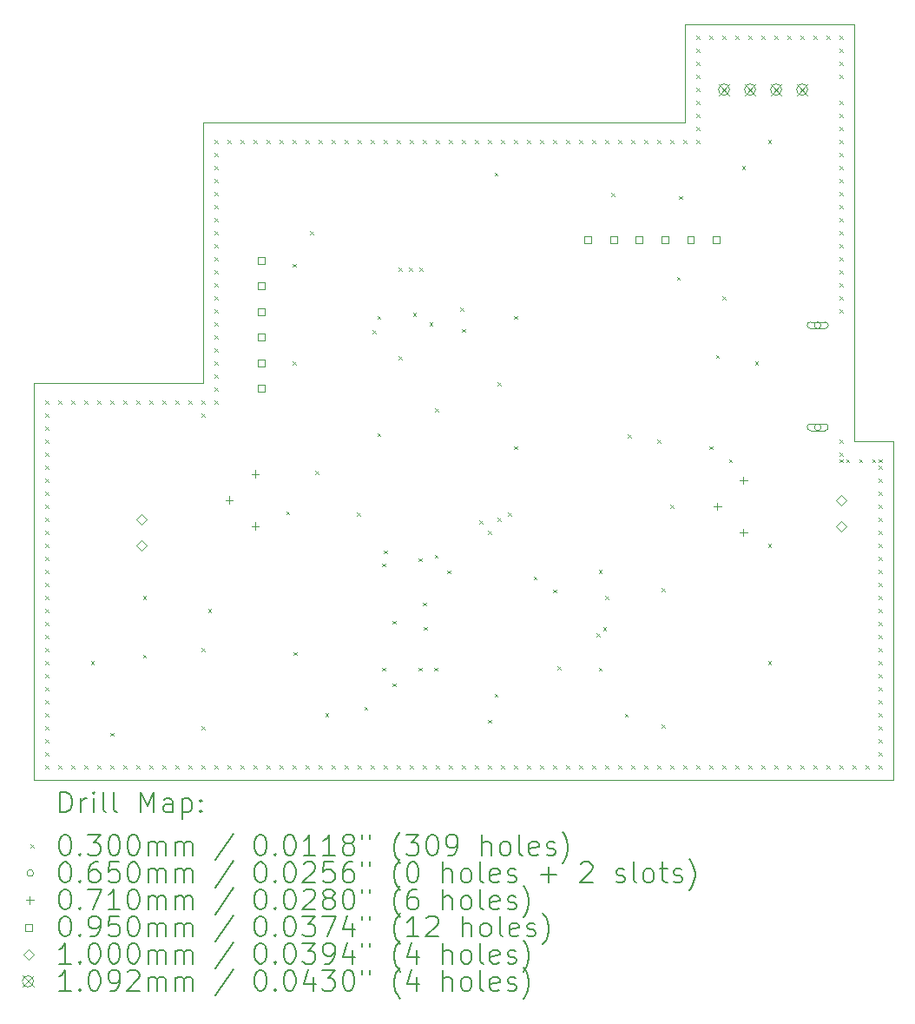
<source format=gbr>
%TF.GenerationSoftware,KiCad,Pcbnew,8.0.3*%
%TF.CreationDate,2024-10-26T03:20:41-07:00*%
%TF.ProjectId,test,74657374-2e6b-4696-9361-645f70636258,rev?*%
%TF.SameCoordinates,Original*%
%TF.FileFunction,Drillmap*%
%TF.FilePolarity,Positive*%
%FSLAX45Y45*%
G04 Gerber Fmt 4.5, Leading zero omitted, Abs format (unit mm)*
G04 Created by KiCad (PCBNEW 8.0.3) date 2024-10-26 03:20:41*
%MOMM*%
%LPD*%
G01*
G04 APERTURE LIST*
%ADD10C,0.050000*%
%ADD11C,0.200000*%
%ADD12C,0.100000*%
%ADD13C,0.109220*%
G04 APERTURE END LIST*
D10*
X20383500Y-10477500D02*
X20764500Y-10477500D01*
X20764500Y-13779500D01*
X12382500Y-13779500D01*
X12382500Y-9906000D01*
X14033500Y-9906000D01*
X14033500Y-7366000D01*
X18732500Y-7366000D01*
X18732500Y-6413500D01*
X20383500Y-6413500D01*
X20383500Y-10477500D01*
D11*
D12*
X12494500Y-10081500D02*
X12524500Y-10111500D01*
X12524500Y-10081500D02*
X12494500Y-10111500D01*
X12494500Y-10208500D02*
X12524500Y-10238500D01*
X12524500Y-10208500D02*
X12494500Y-10238500D01*
X12494500Y-10335500D02*
X12524500Y-10365500D01*
X12524500Y-10335500D02*
X12494500Y-10365500D01*
X12494500Y-10462500D02*
X12524500Y-10492500D01*
X12524500Y-10462500D02*
X12494500Y-10492500D01*
X12494500Y-10589500D02*
X12524500Y-10619500D01*
X12524500Y-10589500D02*
X12494500Y-10619500D01*
X12494500Y-10716500D02*
X12524500Y-10746500D01*
X12524500Y-10716500D02*
X12494500Y-10746500D01*
X12494500Y-10843500D02*
X12524500Y-10873500D01*
X12524500Y-10843500D02*
X12494500Y-10873500D01*
X12494500Y-10970500D02*
X12524500Y-11000500D01*
X12524500Y-10970500D02*
X12494500Y-11000500D01*
X12494500Y-11097500D02*
X12524500Y-11127500D01*
X12524500Y-11097500D02*
X12494500Y-11127500D01*
X12494500Y-11224500D02*
X12524500Y-11254500D01*
X12524500Y-11224500D02*
X12494500Y-11254500D01*
X12494500Y-11351500D02*
X12524500Y-11381500D01*
X12524500Y-11351500D02*
X12494500Y-11381500D01*
X12494500Y-11478500D02*
X12524500Y-11508500D01*
X12524500Y-11478500D02*
X12494500Y-11508500D01*
X12494500Y-11605500D02*
X12524500Y-11635500D01*
X12524500Y-11605500D02*
X12494500Y-11635500D01*
X12494500Y-11732500D02*
X12524500Y-11762500D01*
X12524500Y-11732500D02*
X12494500Y-11762500D01*
X12494500Y-11859500D02*
X12524500Y-11889500D01*
X12524500Y-11859500D02*
X12494500Y-11889500D01*
X12494500Y-11986500D02*
X12524500Y-12016500D01*
X12524500Y-11986500D02*
X12494500Y-12016500D01*
X12494500Y-12113500D02*
X12524500Y-12143500D01*
X12524500Y-12113500D02*
X12494500Y-12143500D01*
X12494500Y-12240500D02*
X12524500Y-12270500D01*
X12524500Y-12240500D02*
X12494500Y-12270500D01*
X12494500Y-12367500D02*
X12524500Y-12397500D01*
X12524500Y-12367500D02*
X12494500Y-12397500D01*
X12494500Y-12494500D02*
X12524500Y-12524500D01*
X12524500Y-12494500D02*
X12494500Y-12524500D01*
X12494500Y-12621500D02*
X12524500Y-12651500D01*
X12524500Y-12621500D02*
X12494500Y-12651500D01*
X12494500Y-12748500D02*
X12524500Y-12778500D01*
X12524500Y-12748500D02*
X12494500Y-12778500D01*
X12494500Y-12875500D02*
X12524500Y-12905500D01*
X12524500Y-12875500D02*
X12494500Y-12905500D01*
X12494500Y-13002500D02*
X12524500Y-13032500D01*
X12524500Y-13002500D02*
X12494500Y-13032500D01*
X12494500Y-13129500D02*
X12524500Y-13159500D01*
X12524500Y-13129500D02*
X12494500Y-13159500D01*
X12494500Y-13256500D02*
X12524500Y-13286500D01*
X12524500Y-13256500D02*
X12494500Y-13286500D01*
X12494500Y-13383500D02*
X12524500Y-13413500D01*
X12524500Y-13383500D02*
X12494500Y-13413500D01*
X12494500Y-13510500D02*
X12524500Y-13540500D01*
X12524500Y-13510500D02*
X12494500Y-13540500D01*
X12494500Y-13637500D02*
X12524500Y-13667500D01*
X12524500Y-13637500D02*
X12494500Y-13667500D01*
X12621500Y-10081500D02*
X12651500Y-10111500D01*
X12651500Y-10081500D02*
X12621500Y-10111500D01*
X12621500Y-13637500D02*
X12651500Y-13667500D01*
X12651500Y-13637500D02*
X12621500Y-13667500D01*
X12748500Y-10081500D02*
X12778500Y-10111500D01*
X12778500Y-10081500D02*
X12748500Y-10111500D01*
X12748500Y-13637500D02*
X12778500Y-13667500D01*
X12778500Y-13637500D02*
X12748500Y-13667500D01*
X12875500Y-10081500D02*
X12905500Y-10111500D01*
X12905500Y-10081500D02*
X12875500Y-10111500D01*
X12875500Y-13637500D02*
X12905500Y-13667500D01*
X12905500Y-13637500D02*
X12875500Y-13667500D01*
X12939000Y-12621500D02*
X12969000Y-12651500D01*
X12969000Y-12621500D02*
X12939000Y-12651500D01*
X13002500Y-10081500D02*
X13032500Y-10111500D01*
X13032500Y-10081500D02*
X13002500Y-10111500D01*
X13002500Y-13637500D02*
X13032500Y-13667500D01*
X13032500Y-13637500D02*
X13002500Y-13667500D01*
X13129500Y-10081500D02*
X13159500Y-10111500D01*
X13159500Y-10081500D02*
X13129500Y-10111500D01*
X13129500Y-13320000D02*
X13159500Y-13350000D01*
X13159500Y-13320000D02*
X13129500Y-13350000D01*
X13129500Y-13637500D02*
X13159500Y-13667500D01*
X13159500Y-13637500D02*
X13129500Y-13667500D01*
X13256500Y-10081500D02*
X13286500Y-10111500D01*
X13286500Y-10081500D02*
X13256500Y-10111500D01*
X13256500Y-13637500D02*
X13286500Y-13667500D01*
X13286500Y-13637500D02*
X13256500Y-13667500D01*
X13383500Y-10081500D02*
X13413500Y-10111500D01*
X13413500Y-10081500D02*
X13383500Y-10111500D01*
X13383500Y-13637500D02*
X13413500Y-13667500D01*
X13413500Y-13637500D02*
X13383500Y-13667500D01*
X13447000Y-11986500D02*
X13477000Y-12016500D01*
X13477000Y-11986500D02*
X13447000Y-12016500D01*
X13447000Y-12558000D02*
X13477000Y-12588000D01*
X13477000Y-12558000D02*
X13447000Y-12588000D01*
X13510500Y-10081500D02*
X13540500Y-10111500D01*
X13540500Y-10081500D02*
X13510500Y-10111500D01*
X13510500Y-13637500D02*
X13540500Y-13667500D01*
X13540500Y-13637500D02*
X13510500Y-13667500D01*
X13637500Y-10081500D02*
X13667500Y-10111500D01*
X13667500Y-10081500D02*
X13637500Y-10111500D01*
X13637500Y-13637500D02*
X13667500Y-13667500D01*
X13667500Y-13637500D02*
X13637500Y-13667500D01*
X13764500Y-10081500D02*
X13794500Y-10111500D01*
X13794500Y-10081500D02*
X13764500Y-10111500D01*
X13764500Y-13637500D02*
X13794500Y-13667500D01*
X13794500Y-13637500D02*
X13764500Y-13667500D01*
X13891500Y-10081500D02*
X13921500Y-10111500D01*
X13921500Y-10081500D02*
X13891500Y-10111500D01*
X13891500Y-13637500D02*
X13921500Y-13667500D01*
X13921500Y-13637500D02*
X13891500Y-13667500D01*
X14018500Y-10081500D02*
X14048500Y-10111500D01*
X14048500Y-10081500D02*
X14018500Y-10111500D01*
X14018500Y-10208500D02*
X14048500Y-10238500D01*
X14048500Y-10208500D02*
X14018500Y-10238500D01*
X14018500Y-12494500D02*
X14048500Y-12524500D01*
X14048500Y-12494500D02*
X14018500Y-12524500D01*
X14018500Y-13256500D02*
X14048500Y-13286500D01*
X14048500Y-13256500D02*
X14018500Y-13286500D01*
X14018500Y-13637500D02*
X14048500Y-13667500D01*
X14048500Y-13637500D02*
X14018500Y-13667500D01*
X14082000Y-12113500D02*
X14112000Y-12143500D01*
X14112000Y-12113500D02*
X14082000Y-12143500D01*
X14145500Y-7541500D02*
X14175500Y-7571500D01*
X14175500Y-7541500D02*
X14145500Y-7571500D01*
X14145500Y-7668500D02*
X14175500Y-7698500D01*
X14175500Y-7668500D02*
X14145500Y-7698500D01*
X14145500Y-7795500D02*
X14175500Y-7825500D01*
X14175500Y-7795500D02*
X14145500Y-7825500D01*
X14145500Y-7922500D02*
X14175500Y-7952500D01*
X14175500Y-7922500D02*
X14145500Y-7952500D01*
X14145500Y-8049500D02*
X14175500Y-8079500D01*
X14175500Y-8049500D02*
X14145500Y-8079500D01*
X14145500Y-8176500D02*
X14175500Y-8206500D01*
X14175500Y-8176500D02*
X14145500Y-8206500D01*
X14145500Y-8303500D02*
X14175500Y-8333500D01*
X14175500Y-8303500D02*
X14145500Y-8333500D01*
X14145500Y-8430500D02*
X14175500Y-8460500D01*
X14175500Y-8430500D02*
X14145500Y-8460500D01*
X14145500Y-8557500D02*
X14175500Y-8587500D01*
X14175500Y-8557500D02*
X14145500Y-8587500D01*
X14145500Y-8684500D02*
X14175500Y-8714500D01*
X14175500Y-8684500D02*
X14145500Y-8714500D01*
X14145500Y-8811500D02*
X14175500Y-8841500D01*
X14175500Y-8811500D02*
X14145500Y-8841500D01*
X14145500Y-8938500D02*
X14175500Y-8968500D01*
X14175500Y-8938500D02*
X14145500Y-8968500D01*
X14145500Y-9065500D02*
X14175500Y-9095500D01*
X14175500Y-9065500D02*
X14145500Y-9095500D01*
X14145500Y-9192500D02*
X14175500Y-9222500D01*
X14175500Y-9192500D02*
X14145500Y-9222500D01*
X14145500Y-9319500D02*
X14175500Y-9349500D01*
X14175500Y-9319500D02*
X14145500Y-9349500D01*
X14145500Y-9446500D02*
X14175500Y-9476500D01*
X14175500Y-9446500D02*
X14145500Y-9476500D01*
X14145500Y-9573500D02*
X14175500Y-9603500D01*
X14175500Y-9573500D02*
X14145500Y-9603500D01*
X14145500Y-9700500D02*
X14175500Y-9730500D01*
X14175500Y-9700500D02*
X14145500Y-9730500D01*
X14145500Y-9827500D02*
X14175500Y-9857500D01*
X14175500Y-9827500D02*
X14145500Y-9857500D01*
X14145500Y-9954500D02*
X14175500Y-9984500D01*
X14175500Y-9954500D02*
X14145500Y-9984500D01*
X14145500Y-10081500D02*
X14175500Y-10111500D01*
X14175500Y-10081500D02*
X14145500Y-10111500D01*
X14145500Y-13637500D02*
X14175500Y-13667500D01*
X14175500Y-13637500D02*
X14145500Y-13667500D01*
X14272500Y-7541500D02*
X14302500Y-7571500D01*
X14302500Y-7541500D02*
X14272500Y-7571500D01*
X14272500Y-13637500D02*
X14302500Y-13667500D01*
X14302500Y-13637500D02*
X14272500Y-13667500D01*
X14399500Y-7541500D02*
X14429500Y-7571500D01*
X14429500Y-7541500D02*
X14399500Y-7571500D01*
X14399500Y-13637500D02*
X14429500Y-13667500D01*
X14429500Y-13637500D02*
X14399500Y-13667500D01*
X14526500Y-7541500D02*
X14556500Y-7571500D01*
X14556500Y-7541500D02*
X14526500Y-7571500D01*
X14526500Y-13637500D02*
X14556500Y-13667500D01*
X14556500Y-13637500D02*
X14526500Y-13667500D01*
X14653500Y-7541500D02*
X14683500Y-7571500D01*
X14683500Y-7541500D02*
X14653500Y-7571500D01*
X14653500Y-13637500D02*
X14683500Y-13667500D01*
X14683500Y-13637500D02*
X14653500Y-13667500D01*
X14780500Y-7541500D02*
X14810500Y-7571500D01*
X14810500Y-7541500D02*
X14780500Y-7571500D01*
X14780500Y-13637500D02*
X14810500Y-13667500D01*
X14810500Y-13637500D02*
X14780500Y-13667500D01*
X14844000Y-11161000D02*
X14874000Y-11191000D01*
X14874000Y-11161000D02*
X14844000Y-11191000D01*
X14907500Y-7541500D02*
X14937500Y-7571500D01*
X14937500Y-7541500D02*
X14907500Y-7571500D01*
X14907500Y-8748000D02*
X14937500Y-8778000D01*
X14937500Y-8748000D02*
X14907500Y-8778000D01*
X14907500Y-9700500D02*
X14937500Y-9730500D01*
X14937500Y-9700500D02*
X14907500Y-9730500D01*
X14907500Y-13637500D02*
X14937500Y-13667500D01*
X14937500Y-13637500D02*
X14907500Y-13667500D01*
X14916450Y-12532600D02*
X14946450Y-12562600D01*
X14946450Y-12532600D02*
X14916450Y-12562600D01*
X15034500Y-7541500D02*
X15064500Y-7571500D01*
X15064500Y-7541500D02*
X15034500Y-7571500D01*
X15034500Y-13637500D02*
X15064500Y-13667500D01*
X15064500Y-13637500D02*
X15034500Y-13667500D01*
X15078800Y-8430200D02*
X15108800Y-8460200D01*
X15108800Y-8430200D02*
X15078800Y-8460200D01*
X15129600Y-10767000D02*
X15159600Y-10797000D01*
X15159600Y-10767000D02*
X15129600Y-10797000D01*
X15161500Y-7541500D02*
X15191500Y-7571500D01*
X15191500Y-7541500D02*
X15161500Y-7571500D01*
X15161500Y-13637500D02*
X15191500Y-13667500D01*
X15191500Y-13637500D02*
X15161500Y-13667500D01*
X15225000Y-13129500D02*
X15255000Y-13159500D01*
X15255000Y-13129500D02*
X15225000Y-13159500D01*
X15288500Y-7541500D02*
X15318500Y-7571500D01*
X15318500Y-7541500D02*
X15288500Y-7571500D01*
X15288500Y-13637500D02*
X15318500Y-13667500D01*
X15318500Y-13637500D02*
X15288500Y-13667500D01*
X15415500Y-7541500D02*
X15445500Y-7571500D01*
X15445500Y-7541500D02*
X15415500Y-7571500D01*
X15415500Y-13637500D02*
X15445500Y-13667500D01*
X15445500Y-13637500D02*
X15415500Y-13667500D01*
X15536000Y-11173400D02*
X15566000Y-11203400D01*
X15566000Y-11173400D02*
X15536000Y-11203400D01*
X15542500Y-7541500D02*
X15572500Y-7571500D01*
X15572500Y-7541500D02*
X15542500Y-7571500D01*
X15542500Y-13637500D02*
X15572500Y-13667500D01*
X15572500Y-13637500D02*
X15542500Y-13667500D01*
X15606000Y-13066000D02*
X15636000Y-13096000D01*
X15636000Y-13066000D02*
X15606000Y-13096000D01*
X15669500Y-7541500D02*
X15699500Y-7571500D01*
X15699500Y-7541500D02*
X15669500Y-7571500D01*
X15669500Y-13637500D02*
X15699500Y-13667500D01*
X15699500Y-13637500D02*
X15669500Y-13667500D01*
X15688400Y-9395400D02*
X15718400Y-9425400D01*
X15718400Y-9395400D02*
X15688400Y-9425400D01*
X15733000Y-9256000D02*
X15763000Y-9286000D01*
X15763000Y-9256000D02*
X15733000Y-9286000D01*
X15733000Y-10399000D02*
X15763000Y-10429000D01*
X15763000Y-10399000D02*
X15733000Y-10429000D01*
X15780050Y-11669000D02*
X15810050Y-11699000D01*
X15810050Y-11669000D02*
X15780050Y-11699000D01*
X15780050Y-12685000D02*
X15810050Y-12715000D01*
X15810050Y-12685000D02*
X15780050Y-12715000D01*
X15796500Y-7541500D02*
X15826500Y-7571500D01*
X15826500Y-7541500D02*
X15796500Y-7571500D01*
X15796500Y-11542000D02*
X15826500Y-11572000D01*
X15826500Y-11542000D02*
X15796500Y-11572000D01*
X15796500Y-13637500D02*
X15826500Y-13667500D01*
X15826500Y-13637500D02*
X15796500Y-13667500D01*
X15881650Y-12227800D02*
X15911650Y-12257800D01*
X15911650Y-12227800D02*
X15881650Y-12257800D01*
X15881650Y-12837400D02*
X15911650Y-12867400D01*
X15911650Y-12837400D02*
X15881650Y-12867400D01*
X15923500Y-7541500D02*
X15953500Y-7571500D01*
X15953500Y-7541500D02*
X15923500Y-7571500D01*
X15923500Y-13637500D02*
X15953500Y-13667500D01*
X15953500Y-13637500D02*
X15923500Y-13667500D01*
X15942400Y-8785800D02*
X15972400Y-8815800D01*
X15972400Y-8785800D02*
X15942400Y-8815800D01*
X15942400Y-9649400D02*
X15972400Y-9679400D01*
X15972400Y-9649400D02*
X15942400Y-9679400D01*
X16044000Y-8785800D02*
X16074000Y-8815800D01*
X16074000Y-8785800D02*
X16044000Y-8815800D01*
X16050500Y-7541500D02*
X16080500Y-7571500D01*
X16080500Y-7541500D02*
X16050500Y-7571500D01*
X16050500Y-13637500D02*
X16080500Y-13667500D01*
X16080500Y-13637500D02*
X16050500Y-13667500D01*
X16082250Y-9224250D02*
X16112250Y-9254250D01*
X16112250Y-9224250D02*
X16082250Y-9254250D01*
X16135650Y-11618200D02*
X16165650Y-11648200D01*
X16165650Y-11618200D02*
X16135650Y-11648200D01*
X16135650Y-12685000D02*
X16165650Y-12715000D01*
X16165650Y-12685000D02*
X16135650Y-12715000D01*
X16145600Y-8785800D02*
X16175600Y-8815800D01*
X16175600Y-8785800D02*
X16145600Y-8815800D01*
X16177500Y-7541500D02*
X16207500Y-7571500D01*
X16207500Y-7541500D02*
X16177500Y-7571500D01*
X16177500Y-12050000D02*
X16207500Y-12080000D01*
X16207500Y-12050000D02*
X16177500Y-12080000D01*
X16177500Y-13637500D02*
X16207500Y-13667500D01*
X16207500Y-13637500D02*
X16177500Y-13667500D01*
X16186450Y-12287800D02*
X16216450Y-12317800D01*
X16216450Y-12287800D02*
X16186450Y-12317800D01*
X16241000Y-9319500D02*
X16271000Y-9349500D01*
X16271000Y-9319500D02*
X16241000Y-9349500D01*
X16288050Y-12685000D02*
X16318050Y-12715000D01*
X16318050Y-12685000D02*
X16288050Y-12715000D01*
X16291800Y-11583200D02*
X16321800Y-11613200D01*
X16321800Y-11583200D02*
X16291800Y-11613200D01*
X16298000Y-10157400D02*
X16328000Y-10187400D01*
X16328000Y-10157400D02*
X16298000Y-10187400D01*
X16304500Y-7541500D02*
X16334500Y-7571500D01*
X16334500Y-7541500D02*
X16304500Y-7571500D01*
X16304500Y-13637500D02*
X16334500Y-13667500D01*
X16334500Y-13637500D02*
X16304500Y-13667500D01*
X16412998Y-11736433D02*
X16442998Y-11766433D01*
X16442998Y-11736433D02*
X16412998Y-11766433D01*
X16431500Y-7541500D02*
X16461500Y-7571500D01*
X16461500Y-7541500D02*
X16431500Y-7571500D01*
X16431500Y-13637500D02*
X16461500Y-13667500D01*
X16461500Y-13637500D02*
X16431500Y-13667500D01*
X16540207Y-9174207D02*
X16570207Y-9204207D01*
X16570207Y-9174207D02*
X16540207Y-9204207D01*
X16558500Y-7541500D02*
X16588500Y-7571500D01*
X16588500Y-7541500D02*
X16558500Y-7571500D01*
X16558500Y-9383000D02*
X16588500Y-9413000D01*
X16588500Y-9383000D02*
X16558500Y-9413000D01*
X16558500Y-13637500D02*
X16588500Y-13667500D01*
X16588500Y-13637500D02*
X16558500Y-13667500D01*
X16685500Y-7541500D02*
X16715500Y-7571500D01*
X16715500Y-7541500D02*
X16685500Y-7571500D01*
X16685500Y-13637500D02*
X16715500Y-13667500D01*
X16715500Y-13637500D02*
X16685500Y-13667500D01*
X16726850Y-11246650D02*
X16756850Y-11276650D01*
X16756850Y-11246650D02*
X16726850Y-11276650D01*
X16812500Y-7541500D02*
X16842500Y-7571500D01*
X16842500Y-7541500D02*
X16812500Y-7571500D01*
X16812500Y-11351500D02*
X16842500Y-11381500D01*
X16842500Y-11351500D02*
X16812500Y-11381500D01*
X16812500Y-13193000D02*
X16842500Y-13223000D01*
X16842500Y-13193000D02*
X16812500Y-13223000D01*
X16812500Y-13637500D02*
X16842500Y-13667500D01*
X16842500Y-13637500D02*
X16812500Y-13667500D01*
X16876000Y-7859000D02*
X16906000Y-7889000D01*
X16906000Y-7859000D02*
X16876000Y-7889000D01*
X16876000Y-12939000D02*
X16906000Y-12969000D01*
X16906000Y-12939000D02*
X16876000Y-12969000D01*
X16907600Y-9903400D02*
X16937600Y-9933400D01*
X16937600Y-9903400D02*
X16907600Y-9933400D01*
X16907600Y-11224200D02*
X16937600Y-11254200D01*
X16937600Y-11224200D02*
X16907600Y-11254200D01*
X16939500Y-7541500D02*
X16969500Y-7571500D01*
X16969500Y-7541500D02*
X16939500Y-7571500D01*
X16939500Y-13637500D02*
X16969500Y-13667500D01*
X16969500Y-13637500D02*
X16939500Y-13667500D01*
X17009200Y-11173400D02*
X17039200Y-11203400D01*
X17039200Y-11173400D02*
X17009200Y-11203400D01*
X17066500Y-7541500D02*
X17096500Y-7571500D01*
X17096500Y-7541500D02*
X17066500Y-7571500D01*
X17066500Y-9256000D02*
X17096500Y-9286000D01*
X17096500Y-9256000D02*
X17066500Y-9286000D01*
X17066500Y-10526000D02*
X17096500Y-10556000D01*
X17096500Y-10526000D02*
X17066500Y-10556000D01*
X17066500Y-13637500D02*
X17096500Y-13667500D01*
X17096500Y-13637500D02*
X17066500Y-13667500D01*
X17193500Y-7541500D02*
X17223500Y-7571500D01*
X17223500Y-7541500D02*
X17193500Y-7571500D01*
X17193500Y-13637500D02*
X17223500Y-13667500D01*
X17223500Y-13637500D02*
X17193500Y-13667500D01*
X17257000Y-11796000D02*
X17287000Y-11826000D01*
X17287000Y-11796000D02*
X17257000Y-11826000D01*
X17320500Y-7541500D02*
X17350500Y-7571500D01*
X17350500Y-7541500D02*
X17320500Y-7571500D01*
X17320500Y-13637500D02*
X17350500Y-13667500D01*
X17350500Y-13637500D02*
X17320500Y-13667500D01*
X17447500Y-7541500D02*
X17477500Y-7571500D01*
X17477500Y-7541500D02*
X17447500Y-7571500D01*
X17447500Y-11923000D02*
X17477500Y-11953000D01*
X17477500Y-11923000D02*
X17447500Y-11953000D01*
X17447500Y-13637500D02*
X17477500Y-13667500D01*
X17477500Y-13637500D02*
X17447500Y-13667500D01*
X17490750Y-12669000D02*
X17520750Y-12699000D01*
X17520750Y-12669000D02*
X17490750Y-12699000D01*
X17574500Y-7541500D02*
X17604500Y-7571500D01*
X17604500Y-7541500D02*
X17574500Y-7571500D01*
X17574500Y-13637500D02*
X17604500Y-13667500D01*
X17604500Y-13637500D02*
X17574500Y-13667500D01*
X17701500Y-7541500D02*
X17731500Y-7571500D01*
X17731500Y-7541500D02*
X17701500Y-7571500D01*
X17701500Y-13637500D02*
X17731500Y-13667500D01*
X17731500Y-13637500D02*
X17701500Y-13667500D01*
X17828500Y-7541500D02*
X17858500Y-7571500D01*
X17858500Y-7541500D02*
X17828500Y-7571500D01*
X17828500Y-13637500D02*
X17858500Y-13667500D01*
X17858500Y-13637500D02*
X17828500Y-13667500D01*
X17871948Y-12347448D02*
X17901948Y-12377448D01*
X17901948Y-12347448D02*
X17871948Y-12377448D01*
X17892000Y-11732500D02*
X17922000Y-11762500D01*
X17922000Y-11732500D02*
X17892000Y-11762500D01*
X17892000Y-12685000D02*
X17922000Y-12715000D01*
X17922000Y-12685000D02*
X17892000Y-12715000D01*
X17935250Y-12288000D02*
X17965250Y-12318000D01*
X17965250Y-12288000D02*
X17935250Y-12318000D01*
X17955500Y-7541500D02*
X17985500Y-7571500D01*
X17985500Y-7541500D02*
X17955500Y-7571500D01*
X17955500Y-11986500D02*
X17985500Y-12016500D01*
X17985500Y-11986500D02*
X17955500Y-12016500D01*
X17955500Y-13637500D02*
X17985500Y-13667500D01*
X17985500Y-13637500D02*
X17955500Y-13667500D01*
X18015000Y-8056200D02*
X18045000Y-8086200D01*
X18045000Y-8056200D02*
X18015000Y-8086200D01*
X18082500Y-7541500D02*
X18112500Y-7571500D01*
X18112500Y-7541500D02*
X18082500Y-7571500D01*
X18082500Y-13637500D02*
X18112500Y-13667500D01*
X18112500Y-13637500D02*
X18082500Y-13667500D01*
X18146000Y-13133750D02*
X18176000Y-13163750D01*
X18176000Y-13133750D02*
X18146000Y-13163750D01*
X18177600Y-10411400D02*
X18207600Y-10441400D01*
X18207600Y-10411400D02*
X18177600Y-10441400D01*
X18209500Y-7541500D02*
X18239500Y-7571500D01*
X18239500Y-7541500D02*
X18209500Y-7571500D01*
X18209500Y-13637500D02*
X18239500Y-13667500D01*
X18239500Y-13637500D02*
X18209500Y-13667500D01*
X18336500Y-7541500D02*
X18366500Y-7571500D01*
X18366500Y-7541500D02*
X18336500Y-7571500D01*
X18336500Y-13637500D02*
X18366500Y-13667500D01*
X18366500Y-13637500D02*
X18336500Y-13667500D01*
X18463500Y-7541500D02*
X18493500Y-7571500D01*
X18493500Y-7541500D02*
X18463500Y-7571500D01*
X18463500Y-10462500D02*
X18493500Y-10492500D01*
X18493500Y-10462500D02*
X18463500Y-10492500D01*
X18463500Y-13637500D02*
X18493500Y-13667500D01*
X18493500Y-13637500D02*
X18463500Y-13667500D01*
X18506750Y-11907000D02*
X18536750Y-11937000D01*
X18536750Y-11907000D02*
X18506750Y-11937000D01*
X18506750Y-13240500D02*
X18536750Y-13270500D01*
X18536750Y-13240500D02*
X18506750Y-13270500D01*
X18590500Y-7541500D02*
X18620500Y-7571500D01*
X18620500Y-7541500D02*
X18590500Y-7571500D01*
X18590500Y-11097500D02*
X18620500Y-11127500D01*
X18620500Y-11097500D02*
X18590500Y-11127500D01*
X18590500Y-13637500D02*
X18620500Y-13667500D01*
X18620500Y-13637500D02*
X18590500Y-13667500D01*
X18654000Y-8875000D02*
X18684000Y-8905000D01*
X18684000Y-8875000D02*
X18654000Y-8905000D01*
X18675400Y-8087600D02*
X18705400Y-8117600D01*
X18705400Y-8087600D02*
X18675400Y-8117600D01*
X18717500Y-7541500D02*
X18747500Y-7571500D01*
X18747500Y-7541500D02*
X18717500Y-7571500D01*
X18717500Y-13637500D02*
X18747500Y-13667500D01*
X18747500Y-13637500D02*
X18717500Y-13667500D01*
X18844500Y-6525500D02*
X18874500Y-6555500D01*
X18874500Y-6525500D02*
X18844500Y-6555500D01*
X18844500Y-6652500D02*
X18874500Y-6682500D01*
X18874500Y-6652500D02*
X18844500Y-6682500D01*
X18844500Y-6779500D02*
X18874500Y-6809500D01*
X18874500Y-6779500D02*
X18844500Y-6809500D01*
X18844500Y-6906500D02*
X18874500Y-6936500D01*
X18874500Y-6906500D02*
X18844500Y-6936500D01*
X18844500Y-7033500D02*
X18874500Y-7063500D01*
X18874500Y-7033500D02*
X18844500Y-7063500D01*
X18844500Y-7160500D02*
X18874500Y-7190500D01*
X18874500Y-7160500D02*
X18844500Y-7190500D01*
X18844500Y-7287500D02*
X18874500Y-7317500D01*
X18874500Y-7287500D02*
X18844500Y-7317500D01*
X18844500Y-7414500D02*
X18874500Y-7444500D01*
X18874500Y-7414500D02*
X18844500Y-7444500D01*
X18844500Y-7541500D02*
X18874500Y-7571500D01*
X18874500Y-7541500D02*
X18844500Y-7571500D01*
X18844500Y-13637500D02*
X18874500Y-13667500D01*
X18874500Y-13637500D02*
X18844500Y-13667500D01*
X18971500Y-6525500D02*
X19001500Y-6555500D01*
X19001500Y-6525500D02*
X18971500Y-6555500D01*
X18971500Y-10526000D02*
X19001500Y-10556000D01*
X19001500Y-10526000D02*
X18971500Y-10556000D01*
X18971500Y-13637500D02*
X19001500Y-13667500D01*
X19001500Y-13637500D02*
X18971500Y-13667500D01*
X19035000Y-9637000D02*
X19065000Y-9667000D01*
X19065000Y-9637000D02*
X19035000Y-9667000D01*
X19098500Y-6525500D02*
X19128500Y-6555500D01*
X19128500Y-6525500D02*
X19098500Y-6555500D01*
X19098500Y-9065500D02*
X19128500Y-9095500D01*
X19128500Y-9065500D02*
X19098500Y-9095500D01*
X19098500Y-13637500D02*
X19128500Y-13667500D01*
X19128500Y-13637500D02*
X19098500Y-13667500D01*
X19162000Y-10653000D02*
X19192000Y-10683000D01*
X19192000Y-10653000D02*
X19162000Y-10683000D01*
X19225500Y-6525500D02*
X19255500Y-6555500D01*
X19255500Y-6525500D02*
X19225500Y-6555500D01*
X19225500Y-13637500D02*
X19255500Y-13667500D01*
X19255500Y-13637500D02*
X19225500Y-13667500D01*
X19289000Y-7795500D02*
X19319000Y-7825500D01*
X19319000Y-7795500D02*
X19289000Y-7825500D01*
X19352500Y-6525500D02*
X19382500Y-6555500D01*
X19382500Y-6525500D02*
X19352500Y-6555500D01*
X19352500Y-13637500D02*
X19382500Y-13667500D01*
X19382500Y-13637500D02*
X19352500Y-13667500D01*
X19416000Y-9700500D02*
X19446000Y-9730500D01*
X19446000Y-9700500D02*
X19416000Y-9730500D01*
X19479500Y-6525500D02*
X19509500Y-6555500D01*
X19509500Y-6525500D02*
X19479500Y-6555500D01*
X19479500Y-13637500D02*
X19509500Y-13667500D01*
X19509500Y-13637500D02*
X19479500Y-13667500D01*
X19543000Y-7541500D02*
X19573000Y-7571500D01*
X19573000Y-7541500D02*
X19543000Y-7571500D01*
X19543000Y-11478500D02*
X19573000Y-11508500D01*
X19573000Y-11478500D02*
X19543000Y-11508500D01*
X19543000Y-12621500D02*
X19573000Y-12651500D01*
X19573000Y-12621500D02*
X19543000Y-12651500D01*
X19606500Y-6525500D02*
X19636500Y-6555500D01*
X19636500Y-6525500D02*
X19606500Y-6555500D01*
X19606500Y-13637500D02*
X19636500Y-13667500D01*
X19636500Y-13637500D02*
X19606500Y-13667500D01*
X19733500Y-6525500D02*
X19763500Y-6555500D01*
X19763500Y-6525500D02*
X19733500Y-6555500D01*
X19733500Y-13637500D02*
X19763500Y-13667500D01*
X19763500Y-13637500D02*
X19733500Y-13667500D01*
X19860500Y-6525500D02*
X19890500Y-6555500D01*
X19890500Y-6525500D02*
X19860500Y-6555500D01*
X19860500Y-13637500D02*
X19890500Y-13667500D01*
X19890500Y-13637500D02*
X19860500Y-13667500D01*
X19987500Y-6525500D02*
X20017500Y-6555500D01*
X20017500Y-6525500D02*
X19987500Y-6555500D01*
X19987500Y-13637500D02*
X20017500Y-13667500D01*
X20017500Y-13637500D02*
X19987500Y-13667500D01*
X20114500Y-6525500D02*
X20144500Y-6555500D01*
X20144500Y-6525500D02*
X20114500Y-6555500D01*
X20114500Y-13637500D02*
X20144500Y-13667500D01*
X20144500Y-13637500D02*
X20114500Y-13667500D01*
X20241500Y-6525500D02*
X20271500Y-6555500D01*
X20271500Y-6525500D02*
X20241500Y-6555500D01*
X20241500Y-6652500D02*
X20271500Y-6682500D01*
X20271500Y-6652500D02*
X20241500Y-6682500D01*
X20241500Y-6779500D02*
X20271500Y-6809500D01*
X20271500Y-6779500D02*
X20241500Y-6809500D01*
X20241500Y-6906500D02*
X20271500Y-6936500D01*
X20271500Y-6906500D02*
X20241500Y-6936500D01*
X20241500Y-7160500D02*
X20271500Y-7190500D01*
X20271500Y-7160500D02*
X20241500Y-7190500D01*
X20241500Y-7287500D02*
X20271500Y-7317500D01*
X20271500Y-7287500D02*
X20241500Y-7317500D01*
X20241500Y-7414500D02*
X20271500Y-7444500D01*
X20271500Y-7414500D02*
X20241500Y-7444500D01*
X20241500Y-7541500D02*
X20271500Y-7571500D01*
X20271500Y-7541500D02*
X20241500Y-7571500D01*
X20241500Y-7668500D02*
X20271500Y-7698500D01*
X20271500Y-7668500D02*
X20241500Y-7698500D01*
X20241500Y-7795500D02*
X20271500Y-7825500D01*
X20271500Y-7795500D02*
X20241500Y-7825500D01*
X20241500Y-7922500D02*
X20271500Y-7952500D01*
X20271500Y-7922500D02*
X20241500Y-7952500D01*
X20241500Y-8049500D02*
X20271500Y-8079500D01*
X20271500Y-8049500D02*
X20241500Y-8079500D01*
X20241500Y-8176500D02*
X20271500Y-8206500D01*
X20271500Y-8176500D02*
X20241500Y-8206500D01*
X20241500Y-8303500D02*
X20271500Y-8333500D01*
X20271500Y-8303500D02*
X20241500Y-8333500D01*
X20241500Y-8430500D02*
X20271500Y-8460500D01*
X20271500Y-8430500D02*
X20241500Y-8460500D01*
X20241500Y-8557500D02*
X20271500Y-8587500D01*
X20271500Y-8557500D02*
X20241500Y-8587500D01*
X20241500Y-8684500D02*
X20271500Y-8714500D01*
X20271500Y-8684500D02*
X20241500Y-8714500D01*
X20241500Y-8811500D02*
X20271500Y-8841500D01*
X20271500Y-8811500D02*
X20241500Y-8841500D01*
X20241500Y-8938500D02*
X20271500Y-8968500D01*
X20271500Y-8938500D02*
X20241500Y-8968500D01*
X20241500Y-9065500D02*
X20271500Y-9095500D01*
X20271500Y-9065500D02*
X20241500Y-9095500D01*
X20241500Y-9192500D02*
X20271500Y-9222500D01*
X20271500Y-9192500D02*
X20241500Y-9222500D01*
X20241500Y-10462500D02*
X20271500Y-10492500D01*
X20271500Y-10462500D02*
X20241500Y-10492500D01*
X20241500Y-10589500D02*
X20271500Y-10619500D01*
X20271500Y-10589500D02*
X20241500Y-10619500D01*
X20241500Y-10653000D02*
X20271500Y-10683000D01*
X20271500Y-10653000D02*
X20241500Y-10683000D01*
X20241500Y-13637500D02*
X20271500Y-13667500D01*
X20271500Y-13637500D02*
X20241500Y-13667500D01*
X20305000Y-10653000D02*
X20335000Y-10683000D01*
X20335000Y-10653000D02*
X20305000Y-10683000D01*
X20368500Y-13637500D02*
X20398500Y-13667500D01*
X20398500Y-13637500D02*
X20368500Y-13667500D01*
X20432000Y-10653000D02*
X20462000Y-10683000D01*
X20462000Y-10653000D02*
X20432000Y-10683000D01*
X20495500Y-13637500D02*
X20525500Y-13667500D01*
X20525500Y-13637500D02*
X20495500Y-13667500D01*
X20559000Y-10653000D02*
X20589000Y-10683000D01*
X20589000Y-10653000D02*
X20559000Y-10683000D01*
X20622500Y-10653000D02*
X20652500Y-10683000D01*
X20652500Y-10653000D02*
X20622500Y-10683000D01*
X20622500Y-10716500D02*
X20652500Y-10746500D01*
X20652500Y-10716500D02*
X20622500Y-10746500D01*
X20622500Y-10843500D02*
X20652500Y-10873500D01*
X20652500Y-10843500D02*
X20622500Y-10873500D01*
X20622500Y-10970500D02*
X20652500Y-11000500D01*
X20652500Y-10970500D02*
X20622500Y-11000500D01*
X20622500Y-11097500D02*
X20652500Y-11127500D01*
X20652500Y-11097500D02*
X20622500Y-11127500D01*
X20622500Y-11224500D02*
X20652500Y-11254500D01*
X20652500Y-11224500D02*
X20622500Y-11254500D01*
X20622500Y-11351500D02*
X20652500Y-11381500D01*
X20652500Y-11351500D02*
X20622500Y-11381500D01*
X20622500Y-11478500D02*
X20652500Y-11508500D01*
X20652500Y-11478500D02*
X20622500Y-11508500D01*
X20622500Y-11605500D02*
X20652500Y-11635500D01*
X20652500Y-11605500D02*
X20622500Y-11635500D01*
X20622500Y-11732500D02*
X20652500Y-11762500D01*
X20652500Y-11732500D02*
X20622500Y-11762500D01*
X20622500Y-11859500D02*
X20652500Y-11889500D01*
X20652500Y-11859500D02*
X20622500Y-11889500D01*
X20622500Y-11986500D02*
X20652500Y-12016500D01*
X20652500Y-11986500D02*
X20622500Y-12016500D01*
X20622500Y-12113500D02*
X20652500Y-12143500D01*
X20652500Y-12113500D02*
X20622500Y-12143500D01*
X20622500Y-12240500D02*
X20652500Y-12270500D01*
X20652500Y-12240500D02*
X20622500Y-12270500D01*
X20622500Y-12367500D02*
X20652500Y-12397500D01*
X20652500Y-12367500D02*
X20622500Y-12397500D01*
X20622500Y-12494500D02*
X20652500Y-12524500D01*
X20652500Y-12494500D02*
X20622500Y-12524500D01*
X20622500Y-12621500D02*
X20652500Y-12651500D01*
X20652500Y-12621500D02*
X20622500Y-12651500D01*
X20622500Y-12748500D02*
X20652500Y-12778500D01*
X20652500Y-12748500D02*
X20622500Y-12778500D01*
X20622500Y-12875500D02*
X20652500Y-12905500D01*
X20652500Y-12875500D02*
X20622500Y-12905500D01*
X20622500Y-13002500D02*
X20652500Y-13032500D01*
X20652500Y-13002500D02*
X20622500Y-13032500D01*
X20622500Y-13129500D02*
X20652500Y-13159500D01*
X20652500Y-13129500D02*
X20622500Y-13159500D01*
X20622500Y-13256500D02*
X20652500Y-13286500D01*
X20652500Y-13256500D02*
X20622500Y-13286500D01*
X20622500Y-13383500D02*
X20652500Y-13413500D01*
X20652500Y-13383500D02*
X20622500Y-13413500D01*
X20622500Y-13510500D02*
X20652500Y-13540500D01*
X20652500Y-13510500D02*
X20622500Y-13540500D01*
X20622500Y-13637500D02*
X20652500Y-13667500D01*
X20652500Y-13637500D02*
X20622500Y-13667500D01*
X20060500Y-9345500D02*
G75*
G02*
X19995500Y-9345500I-32500J0D01*
G01*
X19995500Y-9345500D02*
G75*
G02*
X20060500Y-9345500I32500J0D01*
G01*
X20098000Y-9313000D02*
X19958000Y-9313000D01*
X19958000Y-9378000D02*
G75*
G02*
X19958000Y-9313000I0J32500D01*
G01*
X19958000Y-9378000D02*
X20098000Y-9378000D01*
X20098000Y-9378000D02*
G75*
G03*
X20098000Y-9313000I0J32500D01*
G01*
X20060500Y-10339500D02*
G75*
G02*
X19995500Y-10339500I-32500J0D01*
G01*
X19995500Y-10339500D02*
G75*
G02*
X20060500Y-10339500I32500J0D01*
G01*
X20098000Y-10307000D02*
X19958000Y-10307000D01*
X19958000Y-10372000D02*
G75*
G02*
X19958000Y-10307000I0J32500D01*
G01*
X19958000Y-10372000D02*
X20098000Y-10372000D01*
X20098000Y-10372000D02*
G75*
G03*
X20098000Y-10307000I0J32500D01*
G01*
X14287500Y-11013500D02*
X14287500Y-11084500D01*
X14252000Y-11049000D02*
X14323000Y-11049000D01*
X14541500Y-10759500D02*
X14541500Y-10830500D01*
X14506000Y-10795000D02*
X14577000Y-10795000D01*
X14541500Y-11267500D02*
X14541500Y-11338500D01*
X14506000Y-11303000D02*
X14577000Y-11303000D01*
X19050000Y-11077000D02*
X19050000Y-11148000D01*
X19014500Y-11112500D02*
X19085500Y-11112500D01*
X19304000Y-10823000D02*
X19304000Y-10894000D01*
X19268500Y-10858500D02*
X19339500Y-10858500D01*
X19304000Y-11331000D02*
X19304000Y-11402000D01*
X19268500Y-11366500D02*
X19339500Y-11366500D01*
X14638588Y-8745088D02*
X14638588Y-8677912D01*
X14571412Y-8677912D01*
X14571412Y-8745088D01*
X14638588Y-8745088D01*
X14638588Y-8995088D02*
X14638588Y-8927912D01*
X14571412Y-8927912D01*
X14571412Y-8995088D01*
X14638588Y-8995088D01*
X14638588Y-9245088D02*
X14638588Y-9177912D01*
X14571412Y-9177912D01*
X14571412Y-9245088D01*
X14638588Y-9245088D01*
X14638588Y-9495088D02*
X14638588Y-9427912D01*
X14571412Y-9427912D01*
X14571412Y-9495088D01*
X14638588Y-9495088D01*
X14638588Y-9745088D02*
X14638588Y-9677912D01*
X14571412Y-9677912D01*
X14571412Y-9745088D01*
X14638588Y-9745088D01*
X14638588Y-9995088D02*
X14638588Y-9927912D01*
X14571412Y-9927912D01*
X14571412Y-9995088D01*
X14638588Y-9995088D01*
X17821588Y-8542588D02*
X17821588Y-8475412D01*
X17754412Y-8475412D01*
X17754412Y-8542588D01*
X17821588Y-8542588D01*
X18071588Y-8542588D02*
X18071588Y-8475412D01*
X18004412Y-8475412D01*
X18004412Y-8542588D01*
X18071588Y-8542588D01*
X18321588Y-8542588D02*
X18321588Y-8475412D01*
X18254412Y-8475412D01*
X18254412Y-8542588D01*
X18321588Y-8542588D01*
X18571588Y-8542588D02*
X18571588Y-8475412D01*
X18504412Y-8475412D01*
X18504412Y-8542588D01*
X18571588Y-8542588D01*
X18821588Y-8542588D02*
X18821588Y-8475412D01*
X18754412Y-8475412D01*
X18754412Y-8542588D01*
X18821588Y-8542588D01*
X19071588Y-8542588D02*
X19071588Y-8475412D01*
X19004412Y-8475412D01*
X19004412Y-8542588D01*
X19071588Y-8542588D01*
X13432000Y-11291500D02*
X13482000Y-11241500D01*
X13432000Y-11191500D01*
X13382000Y-11241500D01*
X13432000Y-11291500D01*
X13432000Y-11541500D02*
X13482000Y-11491500D01*
X13432000Y-11441500D01*
X13382000Y-11491500D01*
X13432000Y-11541500D01*
X20256500Y-11103000D02*
X20306500Y-11053000D01*
X20256500Y-11003000D01*
X20206500Y-11053000D01*
X20256500Y-11103000D01*
X20256500Y-11353000D02*
X20306500Y-11303000D01*
X20256500Y-11253000D01*
X20206500Y-11303000D01*
X20256500Y-11353000D01*
D13*
X19058890Y-6993890D02*
X19168110Y-7103110D01*
X19168110Y-6993890D02*
X19058890Y-7103110D01*
X19168110Y-7048500D02*
G75*
G02*
X19058890Y-7048500I-54610J0D01*
G01*
X19058890Y-7048500D02*
G75*
G02*
X19168110Y-7048500I54610J0D01*
G01*
X19312890Y-6993890D02*
X19422110Y-7103110D01*
X19422110Y-6993890D02*
X19312890Y-7103110D01*
X19422110Y-7048500D02*
G75*
G02*
X19312890Y-7048500I-54610J0D01*
G01*
X19312890Y-7048500D02*
G75*
G02*
X19422110Y-7048500I54610J0D01*
G01*
X19566890Y-6993890D02*
X19676110Y-7103110D01*
X19676110Y-6993890D02*
X19566890Y-7103110D01*
X19676110Y-7048500D02*
G75*
G02*
X19566890Y-7048500I-54610J0D01*
G01*
X19566890Y-7048500D02*
G75*
G02*
X19676110Y-7048500I54610J0D01*
G01*
X19820890Y-6993890D02*
X19930110Y-7103110D01*
X19930110Y-6993890D02*
X19820890Y-7103110D01*
X19930110Y-7048500D02*
G75*
G02*
X19820890Y-7048500I-54610J0D01*
G01*
X19820890Y-7048500D02*
G75*
G02*
X19930110Y-7048500I54610J0D01*
G01*
D11*
X12640777Y-14093484D02*
X12640777Y-13893484D01*
X12640777Y-13893484D02*
X12688396Y-13893484D01*
X12688396Y-13893484D02*
X12716967Y-13903008D01*
X12716967Y-13903008D02*
X12736015Y-13922055D01*
X12736015Y-13922055D02*
X12745539Y-13941103D01*
X12745539Y-13941103D02*
X12755062Y-13979198D01*
X12755062Y-13979198D02*
X12755062Y-14007769D01*
X12755062Y-14007769D02*
X12745539Y-14045865D01*
X12745539Y-14045865D02*
X12736015Y-14064912D01*
X12736015Y-14064912D02*
X12716967Y-14083960D01*
X12716967Y-14083960D02*
X12688396Y-14093484D01*
X12688396Y-14093484D02*
X12640777Y-14093484D01*
X12840777Y-14093484D02*
X12840777Y-13960150D01*
X12840777Y-13998246D02*
X12850301Y-13979198D01*
X12850301Y-13979198D02*
X12859824Y-13969674D01*
X12859824Y-13969674D02*
X12878872Y-13960150D01*
X12878872Y-13960150D02*
X12897920Y-13960150D01*
X12964586Y-14093484D02*
X12964586Y-13960150D01*
X12964586Y-13893484D02*
X12955062Y-13903008D01*
X12955062Y-13903008D02*
X12964586Y-13912531D01*
X12964586Y-13912531D02*
X12974110Y-13903008D01*
X12974110Y-13903008D02*
X12964586Y-13893484D01*
X12964586Y-13893484D02*
X12964586Y-13912531D01*
X13088396Y-14093484D02*
X13069348Y-14083960D01*
X13069348Y-14083960D02*
X13059824Y-14064912D01*
X13059824Y-14064912D02*
X13059824Y-13893484D01*
X13193158Y-14093484D02*
X13174110Y-14083960D01*
X13174110Y-14083960D02*
X13164586Y-14064912D01*
X13164586Y-14064912D02*
X13164586Y-13893484D01*
X13421729Y-14093484D02*
X13421729Y-13893484D01*
X13421729Y-13893484D02*
X13488396Y-14036341D01*
X13488396Y-14036341D02*
X13555062Y-13893484D01*
X13555062Y-13893484D02*
X13555062Y-14093484D01*
X13736015Y-14093484D02*
X13736015Y-13988722D01*
X13736015Y-13988722D02*
X13726491Y-13969674D01*
X13726491Y-13969674D02*
X13707443Y-13960150D01*
X13707443Y-13960150D02*
X13669348Y-13960150D01*
X13669348Y-13960150D02*
X13650301Y-13969674D01*
X13736015Y-14083960D02*
X13716967Y-14093484D01*
X13716967Y-14093484D02*
X13669348Y-14093484D01*
X13669348Y-14093484D02*
X13650301Y-14083960D01*
X13650301Y-14083960D02*
X13640777Y-14064912D01*
X13640777Y-14064912D02*
X13640777Y-14045865D01*
X13640777Y-14045865D02*
X13650301Y-14026817D01*
X13650301Y-14026817D02*
X13669348Y-14017293D01*
X13669348Y-14017293D02*
X13716967Y-14017293D01*
X13716967Y-14017293D02*
X13736015Y-14007769D01*
X13831253Y-13960150D02*
X13831253Y-14160150D01*
X13831253Y-13969674D02*
X13850301Y-13960150D01*
X13850301Y-13960150D02*
X13888396Y-13960150D01*
X13888396Y-13960150D02*
X13907443Y-13969674D01*
X13907443Y-13969674D02*
X13916967Y-13979198D01*
X13916967Y-13979198D02*
X13926491Y-13998246D01*
X13926491Y-13998246D02*
X13926491Y-14055388D01*
X13926491Y-14055388D02*
X13916967Y-14074436D01*
X13916967Y-14074436D02*
X13907443Y-14083960D01*
X13907443Y-14083960D02*
X13888396Y-14093484D01*
X13888396Y-14093484D02*
X13850301Y-14093484D01*
X13850301Y-14093484D02*
X13831253Y-14083960D01*
X14012205Y-14074436D02*
X14021729Y-14083960D01*
X14021729Y-14083960D02*
X14012205Y-14093484D01*
X14012205Y-14093484D02*
X14002682Y-14083960D01*
X14002682Y-14083960D02*
X14012205Y-14074436D01*
X14012205Y-14074436D02*
X14012205Y-14093484D01*
X14012205Y-13969674D02*
X14021729Y-13979198D01*
X14021729Y-13979198D02*
X14012205Y-13988722D01*
X14012205Y-13988722D02*
X14002682Y-13979198D01*
X14002682Y-13979198D02*
X14012205Y-13969674D01*
X14012205Y-13969674D02*
X14012205Y-13988722D01*
D12*
X12350000Y-14407000D02*
X12380000Y-14437000D01*
X12380000Y-14407000D02*
X12350000Y-14437000D01*
D11*
X12678872Y-14313484D02*
X12697920Y-14313484D01*
X12697920Y-14313484D02*
X12716967Y-14323008D01*
X12716967Y-14323008D02*
X12726491Y-14332531D01*
X12726491Y-14332531D02*
X12736015Y-14351579D01*
X12736015Y-14351579D02*
X12745539Y-14389674D01*
X12745539Y-14389674D02*
X12745539Y-14437293D01*
X12745539Y-14437293D02*
X12736015Y-14475388D01*
X12736015Y-14475388D02*
X12726491Y-14494436D01*
X12726491Y-14494436D02*
X12716967Y-14503960D01*
X12716967Y-14503960D02*
X12697920Y-14513484D01*
X12697920Y-14513484D02*
X12678872Y-14513484D01*
X12678872Y-14513484D02*
X12659824Y-14503960D01*
X12659824Y-14503960D02*
X12650301Y-14494436D01*
X12650301Y-14494436D02*
X12640777Y-14475388D01*
X12640777Y-14475388D02*
X12631253Y-14437293D01*
X12631253Y-14437293D02*
X12631253Y-14389674D01*
X12631253Y-14389674D02*
X12640777Y-14351579D01*
X12640777Y-14351579D02*
X12650301Y-14332531D01*
X12650301Y-14332531D02*
X12659824Y-14323008D01*
X12659824Y-14323008D02*
X12678872Y-14313484D01*
X12831253Y-14494436D02*
X12840777Y-14503960D01*
X12840777Y-14503960D02*
X12831253Y-14513484D01*
X12831253Y-14513484D02*
X12821729Y-14503960D01*
X12821729Y-14503960D02*
X12831253Y-14494436D01*
X12831253Y-14494436D02*
X12831253Y-14513484D01*
X12907443Y-14313484D02*
X13031253Y-14313484D01*
X13031253Y-14313484D02*
X12964586Y-14389674D01*
X12964586Y-14389674D02*
X12993158Y-14389674D01*
X12993158Y-14389674D02*
X13012205Y-14399198D01*
X13012205Y-14399198D02*
X13021729Y-14408722D01*
X13021729Y-14408722D02*
X13031253Y-14427769D01*
X13031253Y-14427769D02*
X13031253Y-14475388D01*
X13031253Y-14475388D02*
X13021729Y-14494436D01*
X13021729Y-14494436D02*
X13012205Y-14503960D01*
X13012205Y-14503960D02*
X12993158Y-14513484D01*
X12993158Y-14513484D02*
X12936015Y-14513484D01*
X12936015Y-14513484D02*
X12916967Y-14503960D01*
X12916967Y-14503960D02*
X12907443Y-14494436D01*
X13155062Y-14313484D02*
X13174110Y-14313484D01*
X13174110Y-14313484D02*
X13193158Y-14323008D01*
X13193158Y-14323008D02*
X13202682Y-14332531D01*
X13202682Y-14332531D02*
X13212205Y-14351579D01*
X13212205Y-14351579D02*
X13221729Y-14389674D01*
X13221729Y-14389674D02*
X13221729Y-14437293D01*
X13221729Y-14437293D02*
X13212205Y-14475388D01*
X13212205Y-14475388D02*
X13202682Y-14494436D01*
X13202682Y-14494436D02*
X13193158Y-14503960D01*
X13193158Y-14503960D02*
X13174110Y-14513484D01*
X13174110Y-14513484D02*
X13155062Y-14513484D01*
X13155062Y-14513484D02*
X13136015Y-14503960D01*
X13136015Y-14503960D02*
X13126491Y-14494436D01*
X13126491Y-14494436D02*
X13116967Y-14475388D01*
X13116967Y-14475388D02*
X13107443Y-14437293D01*
X13107443Y-14437293D02*
X13107443Y-14389674D01*
X13107443Y-14389674D02*
X13116967Y-14351579D01*
X13116967Y-14351579D02*
X13126491Y-14332531D01*
X13126491Y-14332531D02*
X13136015Y-14323008D01*
X13136015Y-14323008D02*
X13155062Y-14313484D01*
X13345539Y-14313484D02*
X13364586Y-14313484D01*
X13364586Y-14313484D02*
X13383634Y-14323008D01*
X13383634Y-14323008D02*
X13393158Y-14332531D01*
X13393158Y-14332531D02*
X13402682Y-14351579D01*
X13402682Y-14351579D02*
X13412205Y-14389674D01*
X13412205Y-14389674D02*
X13412205Y-14437293D01*
X13412205Y-14437293D02*
X13402682Y-14475388D01*
X13402682Y-14475388D02*
X13393158Y-14494436D01*
X13393158Y-14494436D02*
X13383634Y-14503960D01*
X13383634Y-14503960D02*
X13364586Y-14513484D01*
X13364586Y-14513484D02*
X13345539Y-14513484D01*
X13345539Y-14513484D02*
X13326491Y-14503960D01*
X13326491Y-14503960D02*
X13316967Y-14494436D01*
X13316967Y-14494436D02*
X13307443Y-14475388D01*
X13307443Y-14475388D02*
X13297920Y-14437293D01*
X13297920Y-14437293D02*
X13297920Y-14389674D01*
X13297920Y-14389674D02*
X13307443Y-14351579D01*
X13307443Y-14351579D02*
X13316967Y-14332531D01*
X13316967Y-14332531D02*
X13326491Y-14323008D01*
X13326491Y-14323008D02*
X13345539Y-14313484D01*
X13497920Y-14513484D02*
X13497920Y-14380150D01*
X13497920Y-14399198D02*
X13507443Y-14389674D01*
X13507443Y-14389674D02*
X13526491Y-14380150D01*
X13526491Y-14380150D02*
X13555063Y-14380150D01*
X13555063Y-14380150D02*
X13574110Y-14389674D01*
X13574110Y-14389674D02*
X13583634Y-14408722D01*
X13583634Y-14408722D02*
X13583634Y-14513484D01*
X13583634Y-14408722D02*
X13593158Y-14389674D01*
X13593158Y-14389674D02*
X13612205Y-14380150D01*
X13612205Y-14380150D02*
X13640777Y-14380150D01*
X13640777Y-14380150D02*
X13659824Y-14389674D01*
X13659824Y-14389674D02*
X13669348Y-14408722D01*
X13669348Y-14408722D02*
X13669348Y-14513484D01*
X13764586Y-14513484D02*
X13764586Y-14380150D01*
X13764586Y-14399198D02*
X13774110Y-14389674D01*
X13774110Y-14389674D02*
X13793158Y-14380150D01*
X13793158Y-14380150D02*
X13821729Y-14380150D01*
X13821729Y-14380150D02*
X13840777Y-14389674D01*
X13840777Y-14389674D02*
X13850301Y-14408722D01*
X13850301Y-14408722D02*
X13850301Y-14513484D01*
X13850301Y-14408722D02*
X13859824Y-14389674D01*
X13859824Y-14389674D02*
X13878872Y-14380150D01*
X13878872Y-14380150D02*
X13907443Y-14380150D01*
X13907443Y-14380150D02*
X13926491Y-14389674D01*
X13926491Y-14389674D02*
X13936015Y-14408722D01*
X13936015Y-14408722D02*
X13936015Y-14513484D01*
X14326491Y-14303960D02*
X14155063Y-14561103D01*
X14583634Y-14313484D02*
X14602682Y-14313484D01*
X14602682Y-14313484D02*
X14621729Y-14323008D01*
X14621729Y-14323008D02*
X14631253Y-14332531D01*
X14631253Y-14332531D02*
X14640777Y-14351579D01*
X14640777Y-14351579D02*
X14650301Y-14389674D01*
X14650301Y-14389674D02*
X14650301Y-14437293D01*
X14650301Y-14437293D02*
X14640777Y-14475388D01*
X14640777Y-14475388D02*
X14631253Y-14494436D01*
X14631253Y-14494436D02*
X14621729Y-14503960D01*
X14621729Y-14503960D02*
X14602682Y-14513484D01*
X14602682Y-14513484D02*
X14583634Y-14513484D01*
X14583634Y-14513484D02*
X14564586Y-14503960D01*
X14564586Y-14503960D02*
X14555063Y-14494436D01*
X14555063Y-14494436D02*
X14545539Y-14475388D01*
X14545539Y-14475388D02*
X14536015Y-14437293D01*
X14536015Y-14437293D02*
X14536015Y-14389674D01*
X14536015Y-14389674D02*
X14545539Y-14351579D01*
X14545539Y-14351579D02*
X14555063Y-14332531D01*
X14555063Y-14332531D02*
X14564586Y-14323008D01*
X14564586Y-14323008D02*
X14583634Y-14313484D01*
X14736015Y-14494436D02*
X14745539Y-14503960D01*
X14745539Y-14503960D02*
X14736015Y-14513484D01*
X14736015Y-14513484D02*
X14726491Y-14503960D01*
X14726491Y-14503960D02*
X14736015Y-14494436D01*
X14736015Y-14494436D02*
X14736015Y-14513484D01*
X14869348Y-14313484D02*
X14888396Y-14313484D01*
X14888396Y-14313484D02*
X14907444Y-14323008D01*
X14907444Y-14323008D02*
X14916967Y-14332531D01*
X14916967Y-14332531D02*
X14926491Y-14351579D01*
X14926491Y-14351579D02*
X14936015Y-14389674D01*
X14936015Y-14389674D02*
X14936015Y-14437293D01*
X14936015Y-14437293D02*
X14926491Y-14475388D01*
X14926491Y-14475388D02*
X14916967Y-14494436D01*
X14916967Y-14494436D02*
X14907444Y-14503960D01*
X14907444Y-14503960D02*
X14888396Y-14513484D01*
X14888396Y-14513484D02*
X14869348Y-14513484D01*
X14869348Y-14513484D02*
X14850301Y-14503960D01*
X14850301Y-14503960D02*
X14840777Y-14494436D01*
X14840777Y-14494436D02*
X14831253Y-14475388D01*
X14831253Y-14475388D02*
X14821729Y-14437293D01*
X14821729Y-14437293D02*
X14821729Y-14389674D01*
X14821729Y-14389674D02*
X14831253Y-14351579D01*
X14831253Y-14351579D02*
X14840777Y-14332531D01*
X14840777Y-14332531D02*
X14850301Y-14323008D01*
X14850301Y-14323008D02*
X14869348Y-14313484D01*
X15126491Y-14513484D02*
X15012206Y-14513484D01*
X15069348Y-14513484D02*
X15069348Y-14313484D01*
X15069348Y-14313484D02*
X15050301Y-14342055D01*
X15050301Y-14342055D02*
X15031253Y-14361103D01*
X15031253Y-14361103D02*
X15012206Y-14370627D01*
X15316967Y-14513484D02*
X15202682Y-14513484D01*
X15259825Y-14513484D02*
X15259825Y-14313484D01*
X15259825Y-14313484D02*
X15240777Y-14342055D01*
X15240777Y-14342055D02*
X15221729Y-14361103D01*
X15221729Y-14361103D02*
X15202682Y-14370627D01*
X15431253Y-14399198D02*
X15412206Y-14389674D01*
X15412206Y-14389674D02*
X15402682Y-14380150D01*
X15402682Y-14380150D02*
X15393158Y-14361103D01*
X15393158Y-14361103D02*
X15393158Y-14351579D01*
X15393158Y-14351579D02*
X15402682Y-14332531D01*
X15402682Y-14332531D02*
X15412206Y-14323008D01*
X15412206Y-14323008D02*
X15431253Y-14313484D01*
X15431253Y-14313484D02*
X15469348Y-14313484D01*
X15469348Y-14313484D02*
X15488396Y-14323008D01*
X15488396Y-14323008D02*
X15497920Y-14332531D01*
X15497920Y-14332531D02*
X15507444Y-14351579D01*
X15507444Y-14351579D02*
X15507444Y-14361103D01*
X15507444Y-14361103D02*
X15497920Y-14380150D01*
X15497920Y-14380150D02*
X15488396Y-14389674D01*
X15488396Y-14389674D02*
X15469348Y-14399198D01*
X15469348Y-14399198D02*
X15431253Y-14399198D01*
X15431253Y-14399198D02*
X15412206Y-14408722D01*
X15412206Y-14408722D02*
X15402682Y-14418246D01*
X15402682Y-14418246D02*
X15393158Y-14437293D01*
X15393158Y-14437293D02*
X15393158Y-14475388D01*
X15393158Y-14475388D02*
X15402682Y-14494436D01*
X15402682Y-14494436D02*
X15412206Y-14503960D01*
X15412206Y-14503960D02*
X15431253Y-14513484D01*
X15431253Y-14513484D02*
X15469348Y-14513484D01*
X15469348Y-14513484D02*
X15488396Y-14503960D01*
X15488396Y-14503960D02*
X15497920Y-14494436D01*
X15497920Y-14494436D02*
X15507444Y-14475388D01*
X15507444Y-14475388D02*
X15507444Y-14437293D01*
X15507444Y-14437293D02*
X15497920Y-14418246D01*
X15497920Y-14418246D02*
X15488396Y-14408722D01*
X15488396Y-14408722D02*
X15469348Y-14399198D01*
X15583634Y-14313484D02*
X15583634Y-14351579D01*
X15659825Y-14313484D02*
X15659825Y-14351579D01*
X15955063Y-14589674D02*
X15945539Y-14580150D01*
X15945539Y-14580150D02*
X15926491Y-14551579D01*
X15926491Y-14551579D02*
X15916968Y-14532531D01*
X15916968Y-14532531D02*
X15907444Y-14503960D01*
X15907444Y-14503960D02*
X15897920Y-14456341D01*
X15897920Y-14456341D02*
X15897920Y-14418246D01*
X15897920Y-14418246D02*
X15907444Y-14370627D01*
X15907444Y-14370627D02*
X15916968Y-14342055D01*
X15916968Y-14342055D02*
X15926491Y-14323008D01*
X15926491Y-14323008D02*
X15945539Y-14294436D01*
X15945539Y-14294436D02*
X15955063Y-14284912D01*
X16012206Y-14313484D02*
X16136015Y-14313484D01*
X16136015Y-14313484D02*
X16069348Y-14389674D01*
X16069348Y-14389674D02*
X16097920Y-14389674D01*
X16097920Y-14389674D02*
X16116968Y-14399198D01*
X16116968Y-14399198D02*
X16126491Y-14408722D01*
X16126491Y-14408722D02*
X16136015Y-14427769D01*
X16136015Y-14427769D02*
X16136015Y-14475388D01*
X16136015Y-14475388D02*
X16126491Y-14494436D01*
X16126491Y-14494436D02*
X16116968Y-14503960D01*
X16116968Y-14503960D02*
X16097920Y-14513484D01*
X16097920Y-14513484D02*
X16040777Y-14513484D01*
X16040777Y-14513484D02*
X16021729Y-14503960D01*
X16021729Y-14503960D02*
X16012206Y-14494436D01*
X16259825Y-14313484D02*
X16278872Y-14313484D01*
X16278872Y-14313484D02*
X16297920Y-14323008D01*
X16297920Y-14323008D02*
X16307444Y-14332531D01*
X16307444Y-14332531D02*
X16316968Y-14351579D01*
X16316968Y-14351579D02*
X16326491Y-14389674D01*
X16326491Y-14389674D02*
X16326491Y-14437293D01*
X16326491Y-14437293D02*
X16316968Y-14475388D01*
X16316968Y-14475388D02*
X16307444Y-14494436D01*
X16307444Y-14494436D02*
X16297920Y-14503960D01*
X16297920Y-14503960D02*
X16278872Y-14513484D01*
X16278872Y-14513484D02*
X16259825Y-14513484D01*
X16259825Y-14513484D02*
X16240777Y-14503960D01*
X16240777Y-14503960D02*
X16231253Y-14494436D01*
X16231253Y-14494436D02*
X16221729Y-14475388D01*
X16221729Y-14475388D02*
X16212206Y-14437293D01*
X16212206Y-14437293D02*
X16212206Y-14389674D01*
X16212206Y-14389674D02*
X16221729Y-14351579D01*
X16221729Y-14351579D02*
X16231253Y-14332531D01*
X16231253Y-14332531D02*
X16240777Y-14323008D01*
X16240777Y-14323008D02*
X16259825Y-14313484D01*
X16421729Y-14513484D02*
X16459825Y-14513484D01*
X16459825Y-14513484D02*
X16478872Y-14503960D01*
X16478872Y-14503960D02*
X16488396Y-14494436D01*
X16488396Y-14494436D02*
X16507444Y-14465865D01*
X16507444Y-14465865D02*
X16516968Y-14427769D01*
X16516968Y-14427769D02*
X16516968Y-14351579D01*
X16516968Y-14351579D02*
X16507444Y-14332531D01*
X16507444Y-14332531D02*
X16497920Y-14323008D01*
X16497920Y-14323008D02*
X16478872Y-14313484D01*
X16478872Y-14313484D02*
X16440777Y-14313484D01*
X16440777Y-14313484D02*
X16421729Y-14323008D01*
X16421729Y-14323008D02*
X16412206Y-14332531D01*
X16412206Y-14332531D02*
X16402682Y-14351579D01*
X16402682Y-14351579D02*
X16402682Y-14399198D01*
X16402682Y-14399198D02*
X16412206Y-14418246D01*
X16412206Y-14418246D02*
X16421729Y-14427769D01*
X16421729Y-14427769D02*
X16440777Y-14437293D01*
X16440777Y-14437293D02*
X16478872Y-14437293D01*
X16478872Y-14437293D02*
X16497920Y-14427769D01*
X16497920Y-14427769D02*
X16507444Y-14418246D01*
X16507444Y-14418246D02*
X16516968Y-14399198D01*
X16755063Y-14513484D02*
X16755063Y-14313484D01*
X16840777Y-14513484D02*
X16840777Y-14408722D01*
X16840777Y-14408722D02*
X16831253Y-14389674D01*
X16831253Y-14389674D02*
X16812206Y-14380150D01*
X16812206Y-14380150D02*
X16783634Y-14380150D01*
X16783634Y-14380150D02*
X16764587Y-14389674D01*
X16764587Y-14389674D02*
X16755063Y-14399198D01*
X16964587Y-14513484D02*
X16945539Y-14503960D01*
X16945539Y-14503960D02*
X16936015Y-14494436D01*
X16936015Y-14494436D02*
X16926492Y-14475388D01*
X16926492Y-14475388D02*
X16926492Y-14418246D01*
X16926492Y-14418246D02*
X16936015Y-14399198D01*
X16936015Y-14399198D02*
X16945539Y-14389674D01*
X16945539Y-14389674D02*
X16964587Y-14380150D01*
X16964587Y-14380150D02*
X16993158Y-14380150D01*
X16993158Y-14380150D02*
X17012206Y-14389674D01*
X17012206Y-14389674D02*
X17021730Y-14399198D01*
X17021730Y-14399198D02*
X17031253Y-14418246D01*
X17031253Y-14418246D02*
X17031253Y-14475388D01*
X17031253Y-14475388D02*
X17021730Y-14494436D01*
X17021730Y-14494436D02*
X17012206Y-14503960D01*
X17012206Y-14503960D02*
X16993158Y-14513484D01*
X16993158Y-14513484D02*
X16964587Y-14513484D01*
X17145539Y-14513484D02*
X17126492Y-14503960D01*
X17126492Y-14503960D02*
X17116968Y-14484912D01*
X17116968Y-14484912D02*
X17116968Y-14313484D01*
X17297920Y-14503960D02*
X17278873Y-14513484D01*
X17278873Y-14513484D02*
X17240777Y-14513484D01*
X17240777Y-14513484D02*
X17221730Y-14503960D01*
X17221730Y-14503960D02*
X17212206Y-14484912D01*
X17212206Y-14484912D02*
X17212206Y-14408722D01*
X17212206Y-14408722D02*
X17221730Y-14389674D01*
X17221730Y-14389674D02*
X17240777Y-14380150D01*
X17240777Y-14380150D02*
X17278873Y-14380150D01*
X17278873Y-14380150D02*
X17297920Y-14389674D01*
X17297920Y-14389674D02*
X17307444Y-14408722D01*
X17307444Y-14408722D02*
X17307444Y-14427769D01*
X17307444Y-14427769D02*
X17212206Y-14446817D01*
X17383634Y-14503960D02*
X17402682Y-14513484D01*
X17402682Y-14513484D02*
X17440777Y-14513484D01*
X17440777Y-14513484D02*
X17459825Y-14503960D01*
X17459825Y-14503960D02*
X17469349Y-14484912D01*
X17469349Y-14484912D02*
X17469349Y-14475388D01*
X17469349Y-14475388D02*
X17459825Y-14456341D01*
X17459825Y-14456341D02*
X17440777Y-14446817D01*
X17440777Y-14446817D02*
X17412206Y-14446817D01*
X17412206Y-14446817D02*
X17393158Y-14437293D01*
X17393158Y-14437293D02*
X17383634Y-14418246D01*
X17383634Y-14418246D02*
X17383634Y-14408722D01*
X17383634Y-14408722D02*
X17393158Y-14389674D01*
X17393158Y-14389674D02*
X17412206Y-14380150D01*
X17412206Y-14380150D02*
X17440777Y-14380150D01*
X17440777Y-14380150D02*
X17459825Y-14389674D01*
X17536015Y-14589674D02*
X17545539Y-14580150D01*
X17545539Y-14580150D02*
X17564587Y-14551579D01*
X17564587Y-14551579D02*
X17574111Y-14532531D01*
X17574111Y-14532531D02*
X17583634Y-14503960D01*
X17583634Y-14503960D02*
X17593158Y-14456341D01*
X17593158Y-14456341D02*
X17593158Y-14418246D01*
X17593158Y-14418246D02*
X17583634Y-14370627D01*
X17583634Y-14370627D02*
X17574111Y-14342055D01*
X17574111Y-14342055D02*
X17564587Y-14323008D01*
X17564587Y-14323008D02*
X17545539Y-14294436D01*
X17545539Y-14294436D02*
X17536015Y-14284912D01*
D12*
X12380000Y-14686000D02*
G75*
G02*
X12315000Y-14686000I-32500J0D01*
G01*
X12315000Y-14686000D02*
G75*
G02*
X12380000Y-14686000I32500J0D01*
G01*
D11*
X12678872Y-14577484D02*
X12697920Y-14577484D01*
X12697920Y-14577484D02*
X12716967Y-14587008D01*
X12716967Y-14587008D02*
X12726491Y-14596531D01*
X12726491Y-14596531D02*
X12736015Y-14615579D01*
X12736015Y-14615579D02*
X12745539Y-14653674D01*
X12745539Y-14653674D02*
X12745539Y-14701293D01*
X12745539Y-14701293D02*
X12736015Y-14739388D01*
X12736015Y-14739388D02*
X12726491Y-14758436D01*
X12726491Y-14758436D02*
X12716967Y-14767960D01*
X12716967Y-14767960D02*
X12697920Y-14777484D01*
X12697920Y-14777484D02*
X12678872Y-14777484D01*
X12678872Y-14777484D02*
X12659824Y-14767960D01*
X12659824Y-14767960D02*
X12650301Y-14758436D01*
X12650301Y-14758436D02*
X12640777Y-14739388D01*
X12640777Y-14739388D02*
X12631253Y-14701293D01*
X12631253Y-14701293D02*
X12631253Y-14653674D01*
X12631253Y-14653674D02*
X12640777Y-14615579D01*
X12640777Y-14615579D02*
X12650301Y-14596531D01*
X12650301Y-14596531D02*
X12659824Y-14587008D01*
X12659824Y-14587008D02*
X12678872Y-14577484D01*
X12831253Y-14758436D02*
X12840777Y-14767960D01*
X12840777Y-14767960D02*
X12831253Y-14777484D01*
X12831253Y-14777484D02*
X12821729Y-14767960D01*
X12821729Y-14767960D02*
X12831253Y-14758436D01*
X12831253Y-14758436D02*
X12831253Y-14777484D01*
X13012205Y-14577484D02*
X12974110Y-14577484D01*
X12974110Y-14577484D02*
X12955062Y-14587008D01*
X12955062Y-14587008D02*
X12945539Y-14596531D01*
X12945539Y-14596531D02*
X12926491Y-14625103D01*
X12926491Y-14625103D02*
X12916967Y-14663198D01*
X12916967Y-14663198D02*
X12916967Y-14739388D01*
X12916967Y-14739388D02*
X12926491Y-14758436D01*
X12926491Y-14758436D02*
X12936015Y-14767960D01*
X12936015Y-14767960D02*
X12955062Y-14777484D01*
X12955062Y-14777484D02*
X12993158Y-14777484D01*
X12993158Y-14777484D02*
X13012205Y-14767960D01*
X13012205Y-14767960D02*
X13021729Y-14758436D01*
X13021729Y-14758436D02*
X13031253Y-14739388D01*
X13031253Y-14739388D02*
X13031253Y-14691769D01*
X13031253Y-14691769D02*
X13021729Y-14672722D01*
X13021729Y-14672722D02*
X13012205Y-14663198D01*
X13012205Y-14663198D02*
X12993158Y-14653674D01*
X12993158Y-14653674D02*
X12955062Y-14653674D01*
X12955062Y-14653674D02*
X12936015Y-14663198D01*
X12936015Y-14663198D02*
X12926491Y-14672722D01*
X12926491Y-14672722D02*
X12916967Y-14691769D01*
X13212205Y-14577484D02*
X13116967Y-14577484D01*
X13116967Y-14577484D02*
X13107443Y-14672722D01*
X13107443Y-14672722D02*
X13116967Y-14663198D01*
X13116967Y-14663198D02*
X13136015Y-14653674D01*
X13136015Y-14653674D02*
X13183634Y-14653674D01*
X13183634Y-14653674D02*
X13202682Y-14663198D01*
X13202682Y-14663198D02*
X13212205Y-14672722D01*
X13212205Y-14672722D02*
X13221729Y-14691769D01*
X13221729Y-14691769D02*
X13221729Y-14739388D01*
X13221729Y-14739388D02*
X13212205Y-14758436D01*
X13212205Y-14758436D02*
X13202682Y-14767960D01*
X13202682Y-14767960D02*
X13183634Y-14777484D01*
X13183634Y-14777484D02*
X13136015Y-14777484D01*
X13136015Y-14777484D02*
X13116967Y-14767960D01*
X13116967Y-14767960D02*
X13107443Y-14758436D01*
X13345539Y-14577484D02*
X13364586Y-14577484D01*
X13364586Y-14577484D02*
X13383634Y-14587008D01*
X13383634Y-14587008D02*
X13393158Y-14596531D01*
X13393158Y-14596531D02*
X13402682Y-14615579D01*
X13402682Y-14615579D02*
X13412205Y-14653674D01*
X13412205Y-14653674D02*
X13412205Y-14701293D01*
X13412205Y-14701293D02*
X13402682Y-14739388D01*
X13402682Y-14739388D02*
X13393158Y-14758436D01*
X13393158Y-14758436D02*
X13383634Y-14767960D01*
X13383634Y-14767960D02*
X13364586Y-14777484D01*
X13364586Y-14777484D02*
X13345539Y-14777484D01*
X13345539Y-14777484D02*
X13326491Y-14767960D01*
X13326491Y-14767960D02*
X13316967Y-14758436D01*
X13316967Y-14758436D02*
X13307443Y-14739388D01*
X13307443Y-14739388D02*
X13297920Y-14701293D01*
X13297920Y-14701293D02*
X13297920Y-14653674D01*
X13297920Y-14653674D02*
X13307443Y-14615579D01*
X13307443Y-14615579D02*
X13316967Y-14596531D01*
X13316967Y-14596531D02*
X13326491Y-14587008D01*
X13326491Y-14587008D02*
X13345539Y-14577484D01*
X13497920Y-14777484D02*
X13497920Y-14644150D01*
X13497920Y-14663198D02*
X13507443Y-14653674D01*
X13507443Y-14653674D02*
X13526491Y-14644150D01*
X13526491Y-14644150D02*
X13555063Y-14644150D01*
X13555063Y-14644150D02*
X13574110Y-14653674D01*
X13574110Y-14653674D02*
X13583634Y-14672722D01*
X13583634Y-14672722D02*
X13583634Y-14777484D01*
X13583634Y-14672722D02*
X13593158Y-14653674D01*
X13593158Y-14653674D02*
X13612205Y-14644150D01*
X13612205Y-14644150D02*
X13640777Y-14644150D01*
X13640777Y-14644150D02*
X13659824Y-14653674D01*
X13659824Y-14653674D02*
X13669348Y-14672722D01*
X13669348Y-14672722D02*
X13669348Y-14777484D01*
X13764586Y-14777484D02*
X13764586Y-14644150D01*
X13764586Y-14663198D02*
X13774110Y-14653674D01*
X13774110Y-14653674D02*
X13793158Y-14644150D01*
X13793158Y-14644150D02*
X13821729Y-14644150D01*
X13821729Y-14644150D02*
X13840777Y-14653674D01*
X13840777Y-14653674D02*
X13850301Y-14672722D01*
X13850301Y-14672722D02*
X13850301Y-14777484D01*
X13850301Y-14672722D02*
X13859824Y-14653674D01*
X13859824Y-14653674D02*
X13878872Y-14644150D01*
X13878872Y-14644150D02*
X13907443Y-14644150D01*
X13907443Y-14644150D02*
X13926491Y-14653674D01*
X13926491Y-14653674D02*
X13936015Y-14672722D01*
X13936015Y-14672722D02*
X13936015Y-14777484D01*
X14326491Y-14567960D02*
X14155063Y-14825103D01*
X14583634Y-14577484D02*
X14602682Y-14577484D01*
X14602682Y-14577484D02*
X14621729Y-14587008D01*
X14621729Y-14587008D02*
X14631253Y-14596531D01*
X14631253Y-14596531D02*
X14640777Y-14615579D01*
X14640777Y-14615579D02*
X14650301Y-14653674D01*
X14650301Y-14653674D02*
X14650301Y-14701293D01*
X14650301Y-14701293D02*
X14640777Y-14739388D01*
X14640777Y-14739388D02*
X14631253Y-14758436D01*
X14631253Y-14758436D02*
X14621729Y-14767960D01*
X14621729Y-14767960D02*
X14602682Y-14777484D01*
X14602682Y-14777484D02*
X14583634Y-14777484D01*
X14583634Y-14777484D02*
X14564586Y-14767960D01*
X14564586Y-14767960D02*
X14555063Y-14758436D01*
X14555063Y-14758436D02*
X14545539Y-14739388D01*
X14545539Y-14739388D02*
X14536015Y-14701293D01*
X14536015Y-14701293D02*
X14536015Y-14653674D01*
X14536015Y-14653674D02*
X14545539Y-14615579D01*
X14545539Y-14615579D02*
X14555063Y-14596531D01*
X14555063Y-14596531D02*
X14564586Y-14587008D01*
X14564586Y-14587008D02*
X14583634Y-14577484D01*
X14736015Y-14758436D02*
X14745539Y-14767960D01*
X14745539Y-14767960D02*
X14736015Y-14777484D01*
X14736015Y-14777484D02*
X14726491Y-14767960D01*
X14726491Y-14767960D02*
X14736015Y-14758436D01*
X14736015Y-14758436D02*
X14736015Y-14777484D01*
X14869348Y-14577484D02*
X14888396Y-14577484D01*
X14888396Y-14577484D02*
X14907444Y-14587008D01*
X14907444Y-14587008D02*
X14916967Y-14596531D01*
X14916967Y-14596531D02*
X14926491Y-14615579D01*
X14926491Y-14615579D02*
X14936015Y-14653674D01*
X14936015Y-14653674D02*
X14936015Y-14701293D01*
X14936015Y-14701293D02*
X14926491Y-14739388D01*
X14926491Y-14739388D02*
X14916967Y-14758436D01*
X14916967Y-14758436D02*
X14907444Y-14767960D01*
X14907444Y-14767960D02*
X14888396Y-14777484D01*
X14888396Y-14777484D02*
X14869348Y-14777484D01*
X14869348Y-14777484D02*
X14850301Y-14767960D01*
X14850301Y-14767960D02*
X14840777Y-14758436D01*
X14840777Y-14758436D02*
X14831253Y-14739388D01*
X14831253Y-14739388D02*
X14821729Y-14701293D01*
X14821729Y-14701293D02*
X14821729Y-14653674D01*
X14821729Y-14653674D02*
X14831253Y-14615579D01*
X14831253Y-14615579D02*
X14840777Y-14596531D01*
X14840777Y-14596531D02*
X14850301Y-14587008D01*
X14850301Y-14587008D02*
X14869348Y-14577484D01*
X15012206Y-14596531D02*
X15021729Y-14587008D01*
X15021729Y-14587008D02*
X15040777Y-14577484D01*
X15040777Y-14577484D02*
X15088396Y-14577484D01*
X15088396Y-14577484D02*
X15107444Y-14587008D01*
X15107444Y-14587008D02*
X15116967Y-14596531D01*
X15116967Y-14596531D02*
X15126491Y-14615579D01*
X15126491Y-14615579D02*
X15126491Y-14634627D01*
X15126491Y-14634627D02*
X15116967Y-14663198D01*
X15116967Y-14663198D02*
X15002682Y-14777484D01*
X15002682Y-14777484D02*
X15126491Y-14777484D01*
X15307444Y-14577484D02*
X15212206Y-14577484D01*
X15212206Y-14577484D02*
X15202682Y-14672722D01*
X15202682Y-14672722D02*
X15212206Y-14663198D01*
X15212206Y-14663198D02*
X15231253Y-14653674D01*
X15231253Y-14653674D02*
X15278872Y-14653674D01*
X15278872Y-14653674D02*
X15297920Y-14663198D01*
X15297920Y-14663198D02*
X15307444Y-14672722D01*
X15307444Y-14672722D02*
X15316967Y-14691769D01*
X15316967Y-14691769D02*
X15316967Y-14739388D01*
X15316967Y-14739388D02*
X15307444Y-14758436D01*
X15307444Y-14758436D02*
X15297920Y-14767960D01*
X15297920Y-14767960D02*
X15278872Y-14777484D01*
X15278872Y-14777484D02*
X15231253Y-14777484D01*
X15231253Y-14777484D02*
X15212206Y-14767960D01*
X15212206Y-14767960D02*
X15202682Y-14758436D01*
X15488396Y-14577484D02*
X15450301Y-14577484D01*
X15450301Y-14577484D02*
X15431253Y-14587008D01*
X15431253Y-14587008D02*
X15421729Y-14596531D01*
X15421729Y-14596531D02*
X15402682Y-14625103D01*
X15402682Y-14625103D02*
X15393158Y-14663198D01*
X15393158Y-14663198D02*
X15393158Y-14739388D01*
X15393158Y-14739388D02*
X15402682Y-14758436D01*
X15402682Y-14758436D02*
X15412206Y-14767960D01*
X15412206Y-14767960D02*
X15431253Y-14777484D01*
X15431253Y-14777484D02*
X15469348Y-14777484D01*
X15469348Y-14777484D02*
X15488396Y-14767960D01*
X15488396Y-14767960D02*
X15497920Y-14758436D01*
X15497920Y-14758436D02*
X15507444Y-14739388D01*
X15507444Y-14739388D02*
X15507444Y-14691769D01*
X15507444Y-14691769D02*
X15497920Y-14672722D01*
X15497920Y-14672722D02*
X15488396Y-14663198D01*
X15488396Y-14663198D02*
X15469348Y-14653674D01*
X15469348Y-14653674D02*
X15431253Y-14653674D01*
X15431253Y-14653674D02*
X15412206Y-14663198D01*
X15412206Y-14663198D02*
X15402682Y-14672722D01*
X15402682Y-14672722D02*
X15393158Y-14691769D01*
X15583634Y-14577484D02*
X15583634Y-14615579D01*
X15659825Y-14577484D02*
X15659825Y-14615579D01*
X15955063Y-14853674D02*
X15945539Y-14844150D01*
X15945539Y-14844150D02*
X15926491Y-14815579D01*
X15926491Y-14815579D02*
X15916968Y-14796531D01*
X15916968Y-14796531D02*
X15907444Y-14767960D01*
X15907444Y-14767960D02*
X15897920Y-14720341D01*
X15897920Y-14720341D02*
X15897920Y-14682246D01*
X15897920Y-14682246D02*
X15907444Y-14634627D01*
X15907444Y-14634627D02*
X15916968Y-14606055D01*
X15916968Y-14606055D02*
X15926491Y-14587008D01*
X15926491Y-14587008D02*
X15945539Y-14558436D01*
X15945539Y-14558436D02*
X15955063Y-14548912D01*
X16069348Y-14577484D02*
X16088396Y-14577484D01*
X16088396Y-14577484D02*
X16107444Y-14587008D01*
X16107444Y-14587008D02*
X16116968Y-14596531D01*
X16116968Y-14596531D02*
X16126491Y-14615579D01*
X16126491Y-14615579D02*
X16136015Y-14653674D01*
X16136015Y-14653674D02*
X16136015Y-14701293D01*
X16136015Y-14701293D02*
X16126491Y-14739388D01*
X16126491Y-14739388D02*
X16116968Y-14758436D01*
X16116968Y-14758436D02*
X16107444Y-14767960D01*
X16107444Y-14767960D02*
X16088396Y-14777484D01*
X16088396Y-14777484D02*
X16069348Y-14777484D01*
X16069348Y-14777484D02*
X16050301Y-14767960D01*
X16050301Y-14767960D02*
X16040777Y-14758436D01*
X16040777Y-14758436D02*
X16031253Y-14739388D01*
X16031253Y-14739388D02*
X16021729Y-14701293D01*
X16021729Y-14701293D02*
X16021729Y-14653674D01*
X16021729Y-14653674D02*
X16031253Y-14615579D01*
X16031253Y-14615579D02*
X16040777Y-14596531D01*
X16040777Y-14596531D02*
X16050301Y-14587008D01*
X16050301Y-14587008D02*
X16069348Y-14577484D01*
X16374110Y-14777484D02*
X16374110Y-14577484D01*
X16459825Y-14777484D02*
X16459825Y-14672722D01*
X16459825Y-14672722D02*
X16450301Y-14653674D01*
X16450301Y-14653674D02*
X16431253Y-14644150D01*
X16431253Y-14644150D02*
X16402682Y-14644150D01*
X16402682Y-14644150D02*
X16383634Y-14653674D01*
X16383634Y-14653674D02*
X16374110Y-14663198D01*
X16583634Y-14777484D02*
X16564587Y-14767960D01*
X16564587Y-14767960D02*
X16555063Y-14758436D01*
X16555063Y-14758436D02*
X16545539Y-14739388D01*
X16545539Y-14739388D02*
X16545539Y-14682246D01*
X16545539Y-14682246D02*
X16555063Y-14663198D01*
X16555063Y-14663198D02*
X16564587Y-14653674D01*
X16564587Y-14653674D02*
X16583634Y-14644150D01*
X16583634Y-14644150D02*
X16612206Y-14644150D01*
X16612206Y-14644150D02*
X16631253Y-14653674D01*
X16631253Y-14653674D02*
X16640777Y-14663198D01*
X16640777Y-14663198D02*
X16650301Y-14682246D01*
X16650301Y-14682246D02*
X16650301Y-14739388D01*
X16650301Y-14739388D02*
X16640777Y-14758436D01*
X16640777Y-14758436D02*
X16631253Y-14767960D01*
X16631253Y-14767960D02*
X16612206Y-14777484D01*
X16612206Y-14777484D02*
X16583634Y-14777484D01*
X16764587Y-14777484D02*
X16745539Y-14767960D01*
X16745539Y-14767960D02*
X16736015Y-14748912D01*
X16736015Y-14748912D02*
X16736015Y-14577484D01*
X16916968Y-14767960D02*
X16897920Y-14777484D01*
X16897920Y-14777484D02*
X16859825Y-14777484D01*
X16859825Y-14777484D02*
X16840777Y-14767960D01*
X16840777Y-14767960D02*
X16831253Y-14748912D01*
X16831253Y-14748912D02*
X16831253Y-14672722D01*
X16831253Y-14672722D02*
X16840777Y-14653674D01*
X16840777Y-14653674D02*
X16859825Y-14644150D01*
X16859825Y-14644150D02*
X16897920Y-14644150D01*
X16897920Y-14644150D02*
X16916968Y-14653674D01*
X16916968Y-14653674D02*
X16926492Y-14672722D01*
X16926492Y-14672722D02*
X16926492Y-14691769D01*
X16926492Y-14691769D02*
X16831253Y-14710817D01*
X17002682Y-14767960D02*
X17021730Y-14777484D01*
X17021730Y-14777484D02*
X17059825Y-14777484D01*
X17059825Y-14777484D02*
X17078873Y-14767960D01*
X17078873Y-14767960D02*
X17088396Y-14748912D01*
X17088396Y-14748912D02*
X17088396Y-14739388D01*
X17088396Y-14739388D02*
X17078873Y-14720341D01*
X17078873Y-14720341D02*
X17059825Y-14710817D01*
X17059825Y-14710817D02*
X17031253Y-14710817D01*
X17031253Y-14710817D02*
X17012206Y-14701293D01*
X17012206Y-14701293D02*
X17002682Y-14682246D01*
X17002682Y-14682246D02*
X17002682Y-14672722D01*
X17002682Y-14672722D02*
X17012206Y-14653674D01*
X17012206Y-14653674D02*
X17031253Y-14644150D01*
X17031253Y-14644150D02*
X17059825Y-14644150D01*
X17059825Y-14644150D02*
X17078873Y-14653674D01*
X17326492Y-14701293D02*
X17478873Y-14701293D01*
X17402682Y-14777484D02*
X17402682Y-14625103D01*
X17716968Y-14596531D02*
X17726492Y-14587008D01*
X17726492Y-14587008D02*
X17745539Y-14577484D01*
X17745539Y-14577484D02*
X17793158Y-14577484D01*
X17793158Y-14577484D02*
X17812206Y-14587008D01*
X17812206Y-14587008D02*
X17821730Y-14596531D01*
X17821730Y-14596531D02*
X17831254Y-14615579D01*
X17831254Y-14615579D02*
X17831254Y-14634627D01*
X17831254Y-14634627D02*
X17821730Y-14663198D01*
X17821730Y-14663198D02*
X17707444Y-14777484D01*
X17707444Y-14777484D02*
X17831254Y-14777484D01*
X18059825Y-14767960D02*
X18078873Y-14777484D01*
X18078873Y-14777484D02*
X18116968Y-14777484D01*
X18116968Y-14777484D02*
X18136016Y-14767960D01*
X18136016Y-14767960D02*
X18145539Y-14748912D01*
X18145539Y-14748912D02*
X18145539Y-14739388D01*
X18145539Y-14739388D02*
X18136016Y-14720341D01*
X18136016Y-14720341D02*
X18116968Y-14710817D01*
X18116968Y-14710817D02*
X18088396Y-14710817D01*
X18088396Y-14710817D02*
X18069349Y-14701293D01*
X18069349Y-14701293D02*
X18059825Y-14682246D01*
X18059825Y-14682246D02*
X18059825Y-14672722D01*
X18059825Y-14672722D02*
X18069349Y-14653674D01*
X18069349Y-14653674D02*
X18088396Y-14644150D01*
X18088396Y-14644150D02*
X18116968Y-14644150D01*
X18116968Y-14644150D02*
X18136016Y-14653674D01*
X18259825Y-14777484D02*
X18240777Y-14767960D01*
X18240777Y-14767960D02*
X18231254Y-14748912D01*
X18231254Y-14748912D02*
X18231254Y-14577484D01*
X18364587Y-14777484D02*
X18345539Y-14767960D01*
X18345539Y-14767960D02*
X18336016Y-14758436D01*
X18336016Y-14758436D02*
X18326492Y-14739388D01*
X18326492Y-14739388D02*
X18326492Y-14682246D01*
X18326492Y-14682246D02*
X18336016Y-14663198D01*
X18336016Y-14663198D02*
X18345539Y-14653674D01*
X18345539Y-14653674D02*
X18364587Y-14644150D01*
X18364587Y-14644150D02*
X18393158Y-14644150D01*
X18393158Y-14644150D02*
X18412206Y-14653674D01*
X18412206Y-14653674D02*
X18421730Y-14663198D01*
X18421730Y-14663198D02*
X18431254Y-14682246D01*
X18431254Y-14682246D02*
X18431254Y-14739388D01*
X18431254Y-14739388D02*
X18421730Y-14758436D01*
X18421730Y-14758436D02*
X18412206Y-14767960D01*
X18412206Y-14767960D02*
X18393158Y-14777484D01*
X18393158Y-14777484D02*
X18364587Y-14777484D01*
X18488397Y-14644150D02*
X18564587Y-14644150D01*
X18516968Y-14577484D02*
X18516968Y-14748912D01*
X18516968Y-14748912D02*
X18526492Y-14767960D01*
X18526492Y-14767960D02*
X18545539Y-14777484D01*
X18545539Y-14777484D02*
X18564587Y-14777484D01*
X18621730Y-14767960D02*
X18640777Y-14777484D01*
X18640777Y-14777484D02*
X18678873Y-14777484D01*
X18678873Y-14777484D02*
X18697920Y-14767960D01*
X18697920Y-14767960D02*
X18707444Y-14748912D01*
X18707444Y-14748912D02*
X18707444Y-14739388D01*
X18707444Y-14739388D02*
X18697920Y-14720341D01*
X18697920Y-14720341D02*
X18678873Y-14710817D01*
X18678873Y-14710817D02*
X18650301Y-14710817D01*
X18650301Y-14710817D02*
X18631254Y-14701293D01*
X18631254Y-14701293D02*
X18621730Y-14682246D01*
X18621730Y-14682246D02*
X18621730Y-14672722D01*
X18621730Y-14672722D02*
X18631254Y-14653674D01*
X18631254Y-14653674D02*
X18650301Y-14644150D01*
X18650301Y-14644150D02*
X18678873Y-14644150D01*
X18678873Y-14644150D02*
X18697920Y-14653674D01*
X18774111Y-14853674D02*
X18783635Y-14844150D01*
X18783635Y-14844150D02*
X18802682Y-14815579D01*
X18802682Y-14815579D02*
X18812206Y-14796531D01*
X18812206Y-14796531D02*
X18821730Y-14767960D01*
X18821730Y-14767960D02*
X18831254Y-14720341D01*
X18831254Y-14720341D02*
X18831254Y-14682246D01*
X18831254Y-14682246D02*
X18821730Y-14634627D01*
X18821730Y-14634627D02*
X18812206Y-14606055D01*
X18812206Y-14606055D02*
X18802682Y-14587008D01*
X18802682Y-14587008D02*
X18783635Y-14558436D01*
X18783635Y-14558436D02*
X18774111Y-14548912D01*
D12*
X12344500Y-14914500D02*
X12344500Y-14985500D01*
X12309000Y-14950000D02*
X12380000Y-14950000D01*
D11*
X12678872Y-14841484D02*
X12697920Y-14841484D01*
X12697920Y-14841484D02*
X12716967Y-14851008D01*
X12716967Y-14851008D02*
X12726491Y-14860531D01*
X12726491Y-14860531D02*
X12736015Y-14879579D01*
X12736015Y-14879579D02*
X12745539Y-14917674D01*
X12745539Y-14917674D02*
X12745539Y-14965293D01*
X12745539Y-14965293D02*
X12736015Y-15003388D01*
X12736015Y-15003388D02*
X12726491Y-15022436D01*
X12726491Y-15022436D02*
X12716967Y-15031960D01*
X12716967Y-15031960D02*
X12697920Y-15041484D01*
X12697920Y-15041484D02*
X12678872Y-15041484D01*
X12678872Y-15041484D02*
X12659824Y-15031960D01*
X12659824Y-15031960D02*
X12650301Y-15022436D01*
X12650301Y-15022436D02*
X12640777Y-15003388D01*
X12640777Y-15003388D02*
X12631253Y-14965293D01*
X12631253Y-14965293D02*
X12631253Y-14917674D01*
X12631253Y-14917674D02*
X12640777Y-14879579D01*
X12640777Y-14879579D02*
X12650301Y-14860531D01*
X12650301Y-14860531D02*
X12659824Y-14851008D01*
X12659824Y-14851008D02*
X12678872Y-14841484D01*
X12831253Y-15022436D02*
X12840777Y-15031960D01*
X12840777Y-15031960D02*
X12831253Y-15041484D01*
X12831253Y-15041484D02*
X12821729Y-15031960D01*
X12821729Y-15031960D02*
X12831253Y-15022436D01*
X12831253Y-15022436D02*
X12831253Y-15041484D01*
X12907443Y-14841484D02*
X13040777Y-14841484D01*
X13040777Y-14841484D02*
X12955062Y-15041484D01*
X13221729Y-15041484D02*
X13107443Y-15041484D01*
X13164586Y-15041484D02*
X13164586Y-14841484D01*
X13164586Y-14841484D02*
X13145539Y-14870055D01*
X13145539Y-14870055D02*
X13126491Y-14889103D01*
X13126491Y-14889103D02*
X13107443Y-14898627D01*
X13345539Y-14841484D02*
X13364586Y-14841484D01*
X13364586Y-14841484D02*
X13383634Y-14851008D01*
X13383634Y-14851008D02*
X13393158Y-14860531D01*
X13393158Y-14860531D02*
X13402682Y-14879579D01*
X13402682Y-14879579D02*
X13412205Y-14917674D01*
X13412205Y-14917674D02*
X13412205Y-14965293D01*
X13412205Y-14965293D02*
X13402682Y-15003388D01*
X13402682Y-15003388D02*
X13393158Y-15022436D01*
X13393158Y-15022436D02*
X13383634Y-15031960D01*
X13383634Y-15031960D02*
X13364586Y-15041484D01*
X13364586Y-15041484D02*
X13345539Y-15041484D01*
X13345539Y-15041484D02*
X13326491Y-15031960D01*
X13326491Y-15031960D02*
X13316967Y-15022436D01*
X13316967Y-15022436D02*
X13307443Y-15003388D01*
X13307443Y-15003388D02*
X13297920Y-14965293D01*
X13297920Y-14965293D02*
X13297920Y-14917674D01*
X13297920Y-14917674D02*
X13307443Y-14879579D01*
X13307443Y-14879579D02*
X13316967Y-14860531D01*
X13316967Y-14860531D02*
X13326491Y-14851008D01*
X13326491Y-14851008D02*
X13345539Y-14841484D01*
X13497920Y-15041484D02*
X13497920Y-14908150D01*
X13497920Y-14927198D02*
X13507443Y-14917674D01*
X13507443Y-14917674D02*
X13526491Y-14908150D01*
X13526491Y-14908150D02*
X13555063Y-14908150D01*
X13555063Y-14908150D02*
X13574110Y-14917674D01*
X13574110Y-14917674D02*
X13583634Y-14936722D01*
X13583634Y-14936722D02*
X13583634Y-15041484D01*
X13583634Y-14936722D02*
X13593158Y-14917674D01*
X13593158Y-14917674D02*
X13612205Y-14908150D01*
X13612205Y-14908150D02*
X13640777Y-14908150D01*
X13640777Y-14908150D02*
X13659824Y-14917674D01*
X13659824Y-14917674D02*
X13669348Y-14936722D01*
X13669348Y-14936722D02*
X13669348Y-15041484D01*
X13764586Y-15041484D02*
X13764586Y-14908150D01*
X13764586Y-14927198D02*
X13774110Y-14917674D01*
X13774110Y-14917674D02*
X13793158Y-14908150D01*
X13793158Y-14908150D02*
X13821729Y-14908150D01*
X13821729Y-14908150D02*
X13840777Y-14917674D01*
X13840777Y-14917674D02*
X13850301Y-14936722D01*
X13850301Y-14936722D02*
X13850301Y-15041484D01*
X13850301Y-14936722D02*
X13859824Y-14917674D01*
X13859824Y-14917674D02*
X13878872Y-14908150D01*
X13878872Y-14908150D02*
X13907443Y-14908150D01*
X13907443Y-14908150D02*
X13926491Y-14917674D01*
X13926491Y-14917674D02*
X13936015Y-14936722D01*
X13936015Y-14936722D02*
X13936015Y-15041484D01*
X14326491Y-14831960D02*
X14155063Y-15089103D01*
X14583634Y-14841484D02*
X14602682Y-14841484D01*
X14602682Y-14841484D02*
X14621729Y-14851008D01*
X14621729Y-14851008D02*
X14631253Y-14860531D01*
X14631253Y-14860531D02*
X14640777Y-14879579D01*
X14640777Y-14879579D02*
X14650301Y-14917674D01*
X14650301Y-14917674D02*
X14650301Y-14965293D01*
X14650301Y-14965293D02*
X14640777Y-15003388D01*
X14640777Y-15003388D02*
X14631253Y-15022436D01*
X14631253Y-15022436D02*
X14621729Y-15031960D01*
X14621729Y-15031960D02*
X14602682Y-15041484D01*
X14602682Y-15041484D02*
X14583634Y-15041484D01*
X14583634Y-15041484D02*
X14564586Y-15031960D01*
X14564586Y-15031960D02*
X14555063Y-15022436D01*
X14555063Y-15022436D02*
X14545539Y-15003388D01*
X14545539Y-15003388D02*
X14536015Y-14965293D01*
X14536015Y-14965293D02*
X14536015Y-14917674D01*
X14536015Y-14917674D02*
X14545539Y-14879579D01*
X14545539Y-14879579D02*
X14555063Y-14860531D01*
X14555063Y-14860531D02*
X14564586Y-14851008D01*
X14564586Y-14851008D02*
X14583634Y-14841484D01*
X14736015Y-15022436D02*
X14745539Y-15031960D01*
X14745539Y-15031960D02*
X14736015Y-15041484D01*
X14736015Y-15041484D02*
X14726491Y-15031960D01*
X14726491Y-15031960D02*
X14736015Y-15022436D01*
X14736015Y-15022436D02*
X14736015Y-15041484D01*
X14869348Y-14841484D02*
X14888396Y-14841484D01*
X14888396Y-14841484D02*
X14907444Y-14851008D01*
X14907444Y-14851008D02*
X14916967Y-14860531D01*
X14916967Y-14860531D02*
X14926491Y-14879579D01*
X14926491Y-14879579D02*
X14936015Y-14917674D01*
X14936015Y-14917674D02*
X14936015Y-14965293D01*
X14936015Y-14965293D02*
X14926491Y-15003388D01*
X14926491Y-15003388D02*
X14916967Y-15022436D01*
X14916967Y-15022436D02*
X14907444Y-15031960D01*
X14907444Y-15031960D02*
X14888396Y-15041484D01*
X14888396Y-15041484D02*
X14869348Y-15041484D01*
X14869348Y-15041484D02*
X14850301Y-15031960D01*
X14850301Y-15031960D02*
X14840777Y-15022436D01*
X14840777Y-15022436D02*
X14831253Y-15003388D01*
X14831253Y-15003388D02*
X14821729Y-14965293D01*
X14821729Y-14965293D02*
X14821729Y-14917674D01*
X14821729Y-14917674D02*
X14831253Y-14879579D01*
X14831253Y-14879579D02*
X14840777Y-14860531D01*
X14840777Y-14860531D02*
X14850301Y-14851008D01*
X14850301Y-14851008D02*
X14869348Y-14841484D01*
X15012206Y-14860531D02*
X15021729Y-14851008D01*
X15021729Y-14851008D02*
X15040777Y-14841484D01*
X15040777Y-14841484D02*
X15088396Y-14841484D01*
X15088396Y-14841484D02*
X15107444Y-14851008D01*
X15107444Y-14851008D02*
X15116967Y-14860531D01*
X15116967Y-14860531D02*
X15126491Y-14879579D01*
X15126491Y-14879579D02*
X15126491Y-14898627D01*
X15126491Y-14898627D02*
X15116967Y-14927198D01*
X15116967Y-14927198D02*
X15002682Y-15041484D01*
X15002682Y-15041484D02*
X15126491Y-15041484D01*
X15240777Y-14927198D02*
X15221729Y-14917674D01*
X15221729Y-14917674D02*
X15212206Y-14908150D01*
X15212206Y-14908150D02*
X15202682Y-14889103D01*
X15202682Y-14889103D02*
X15202682Y-14879579D01*
X15202682Y-14879579D02*
X15212206Y-14860531D01*
X15212206Y-14860531D02*
X15221729Y-14851008D01*
X15221729Y-14851008D02*
X15240777Y-14841484D01*
X15240777Y-14841484D02*
X15278872Y-14841484D01*
X15278872Y-14841484D02*
X15297920Y-14851008D01*
X15297920Y-14851008D02*
X15307444Y-14860531D01*
X15307444Y-14860531D02*
X15316967Y-14879579D01*
X15316967Y-14879579D02*
X15316967Y-14889103D01*
X15316967Y-14889103D02*
X15307444Y-14908150D01*
X15307444Y-14908150D02*
X15297920Y-14917674D01*
X15297920Y-14917674D02*
X15278872Y-14927198D01*
X15278872Y-14927198D02*
X15240777Y-14927198D01*
X15240777Y-14927198D02*
X15221729Y-14936722D01*
X15221729Y-14936722D02*
X15212206Y-14946246D01*
X15212206Y-14946246D02*
X15202682Y-14965293D01*
X15202682Y-14965293D02*
X15202682Y-15003388D01*
X15202682Y-15003388D02*
X15212206Y-15022436D01*
X15212206Y-15022436D02*
X15221729Y-15031960D01*
X15221729Y-15031960D02*
X15240777Y-15041484D01*
X15240777Y-15041484D02*
X15278872Y-15041484D01*
X15278872Y-15041484D02*
X15297920Y-15031960D01*
X15297920Y-15031960D02*
X15307444Y-15022436D01*
X15307444Y-15022436D02*
X15316967Y-15003388D01*
X15316967Y-15003388D02*
X15316967Y-14965293D01*
X15316967Y-14965293D02*
X15307444Y-14946246D01*
X15307444Y-14946246D02*
X15297920Y-14936722D01*
X15297920Y-14936722D02*
X15278872Y-14927198D01*
X15440777Y-14841484D02*
X15459825Y-14841484D01*
X15459825Y-14841484D02*
X15478872Y-14851008D01*
X15478872Y-14851008D02*
X15488396Y-14860531D01*
X15488396Y-14860531D02*
X15497920Y-14879579D01*
X15497920Y-14879579D02*
X15507444Y-14917674D01*
X15507444Y-14917674D02*
X15507444Y-14965293D01*
X15507444Y-14965293D02*
X15497920Y-15003388D01*
X15497920Y-15003388D02*
X15488396Y-15022436D01*
X15488396Y-15022436D02*
X15478872Y-15031960D01*
X15478872Y-15031960D02*
X15459825Y-15041484D01*
X15459825Y-15041484D02*
X15440777Y-15041484D01*
X15440777Y-15041484D02*
X15421729Y-15031960D01*
X15421729Y-15031960D02*
X15412206Y-15022436D01*
X15412206Y-15022436D02*
X15402682Y-15003388D01*
X15402682Y-15003388D02*
X15393158Y-14965293D01*
X15393158Y-14965293D02*
X15393158Y-14917674D01*
X15393158Y-14917674D02*
X15402682Y-14879579D01*
X15402682Y-14879579D02*
X15412206Y-14860531D01*
X15412206Y-14860531D02*
X15421729Y-14851008D01*
X15421729Y-14851008D02*
X15440777Y-14841484D01*
X15583634Y-14841484D02*
X15583634Y-14879579D01*
X15659825Y-14841484D02*
X15659825Y-14879579D01*
X15955063Y-15117674D02*
X15945539Y-15108150D01*
X15945539Y-15108150D02*
X15926491Y-15079579D01*
X15926491Y-15079579D02*
X15916968Y-15060531D01*
X15916968Y-15060531D02*
X15907444Y-15031960D01*
X15907444Y-15031960D02*
X15897920Y-14984341D01*
X15897920Y-14984341D02*
X15897920Y-14946246D01*
X15897920Y-14946246D02*
X15907444Y-14898627D01*
X15907444Y-14898627D02*
X15916968Y-14870055D01*
X15916968Y-14870055D02*
X15926491Y-14851008D01*
X15926491Y-14851008D02*
X15945539Y-14822436D01*
X15945539Y-14822436D02*
X15955063Y-14812912D01*
X16116968Y-14841484D02*
X16078872Y-14841484D01*
X16078872Y-14841484D02*
X16059825Y-14851008D01*
X16059825Y-14851008D02*
X16050301Y-14860531D01*
X16050301Y-14860531D02*
X16031253Y-14889103D01*
X16031253Y-14889103D02*
X16021729Y-14927198D01*
X16021729Y-14927198D02*
X16021729Y-15003388D01*
X16021729Y-15003388D02*
X16031253Y-15022436D01*
X16031253Y-15022436D02*
X16040777Y-15031960D01*
X16040777Y-15031960D02*
X16059825Y-15041484D01*
X16059825Y-15041484D02*
X16097920Y-15041484D01*
X16097920Y-15041484D02*
X16116968Y-15031960D01*
X16116968Y-15031960D02*
X16126491Y-15022436D01*
X16126491Y-15022436D02*
X16136015Y-15003388D01*
X16136015Y-15003388D02*
X16136015Y-14955769D01*
X16136015Y-14955769D02*
X16126491Y-14936722D01*
X16126491Y-14936722D02*
X16116968Y-14927198D01*
X16116968Y-14927198D02*
X16097920Y-14917674D01*
X16097920Y-14917674D02*
X16059825Y-14917674D01*
X16059825Y-14917674D02*
X16040777Y-14927198D01*
X16040777Y-14927198D02*
X16031253Y-14936722D01*
X16031253Y-14936722D02*
X16021729Y-14955769D01*
X16374110Y-15041484D02*
X16374110Y-14841484D01*
X16459825Y-15041484D02*
X16459825Y-14936722D01*
X16459825Y-14936722D02*
X16450301Y-14917674D01*
X16450301Y-14917674D02*
X16431253Y-14908150D01*
X16431253Y-14908150D02*
X16402682Y-14908150D01*
X16402682Y-14908150D02*
X16383634Y-14917674D01*
X16383634Y-14917674D02*
X16374110Y-14927198D01*
X16583634Y-15041484D02*
X16564587Y-15031960D01*
X16564587Y-15031960D02*
X16555063Y-15022436D01*
X16555063Y-15022436D02*
X16545539Y-15003388D01*
X16545539Y-15003388D02*
X16545539Y-14946246D01*
X16545539Y-14946246D02*
X16555063Y-14927198D01*
X16555063Y-14927198D02*
X16564587Y-14917674D01*
X16564587Y-14917674D02*
X16583634Y-14908150D01*
X16583634Y-14908150D02*
X16612206Y-14908150D01*
X16612206Y-14908150D02*
X16631253Y-14917674D01*
X16631253Y-14917674D02*
X16640777Y-14927198D01*
X16640777Y-14927198D02*
X16650301Y-14946246D01*
X16650301Y-14946246D02*
X16650301Y-15003388D01*
X16650301Y-15003388D02*
X16640777Y-15022436D01*
X16640777Y-15022436D02*
X16631253Y-15031960D01*
X16631253Y-15031960D02*
X16612206Y-15041484D01*
X16612206Y-15041484D02*
X16583634Y-15041484D01*
X16764587Y-15041484D02*
X16745539Y-15031960D01*
X16745539Y-15031960D02*
X16736015Y-15012912D01*
X16736015Y-15012912D02*
X16736015Y-14841484D01*
X16916968Y-15031960D02*
X16897920Y-15041484D01*
X16897920Y-15041484D02*
X16859825Y-15041484D01*
X16859825Y-15041484D02*
X16840777Y-15031960D01*
X16840777Y-15031960D02*
X16831253Y-15012912D01*
X16831253Y-15012912D02*
X16831253Y-14936722D01*
X16831253Y-14936722D02*
X16840777Y-14917674D01*
X16840777Y-14917674D02*
X16859825Y-14908150D01*
X16859825Y-14908150D02*
X16897920Y-14908150D01*
X16897920Y-14908150D02*
X16916968Y-14917674D01*
X16916968Y-14917674D02*
X16926492Y-14936722D01*
X16926492Y-14936722D02*
X16926492Y-14955769D01*
X16926492Y-14955769D02*
X16831253Y-14974817D01*
X17002682Y-15031960D02*
X17021730Y-15041484D01*
X17021730Y-15041484D02*
X17059825Y-15041484D01*
X17059825Y-15041484D02*
X17078873Y-15031960D01*
X17078873Y-15031960D02*
X17088396Y-15012912D01*
X17088396Y-15012912D02*
X17088396Y-15003388D01*
X17088396Y-15003388D02*
X17078873Y-14984341D01*
X17078873Y-14984341D02*
X17059825Y-14974817D01*
X17059825Y-14974817D02*
X17031253Y-14974817D01*
X17031253Y-14974817D02*
X17012206Y-14965293D01*
X17012206Y-14965293D02*
X17002682Y-14946246D01*
X17002682Y-14946246D02*
X17002682Y-14936722D01*
X17002682Y-14936722D02*
X17012206Y-14917674D01*
X17012206Y-14917674D02*
X17031253Y-14908150D01*
X17031253Y-14908150D02*
X17059825Y-14908150D01*
X17059825Y-14908150D02*
X17078873Y-14917674D01*
X17155063Y-15117674D02*
X17164587Y-15108150D01*
X17164587Y-15108150D02*
X17183634Y-15079579D01*
X17183634Y-15079579D02*
X17193158Y-15060531D01*
X17193158Y-15060531D02*
X17202682Y-15031960D01*
X17202682Y-15031960D02*
X17212206Y-14984341D01*
X17212206Y-14984341D02*
X17212206Y-14946246D01*
X17212206Y-14946246D02*
X17202682Y-14898627D01*
X17202682Y-14898627D02*
X17193158Y-14870055D01*
X17193158Y-14870055D02*
X17183634Y-14851008D01*
X17183634Y-14851008D02*
X17164587Y-14822436D01*
X17164587Y-14822436D02*
X17155063Y-14812912D01*
D12*
X12366088Y-15247588D02*
X12366088Y-15180412D01*
X12298912Y-15180412D01*
X12298912Y-15247588D01*
X12366088Y-15247588D01*
D11*
X12678872Y-15105484D02*
X12697920Y-15105484D01*
X12697920Y-15105484D02*
X12716967Y-15115008D01*
X12716967Y-15115008D02*
X12726491Y-15124531D01*
X12726491Y-15124531D02*
X12736015Y-15143579D01*
X12736015Y-15143579D02*
X12745539Y-15181674D01*
X12745539Y-15181674D02*
X12745539Y-15229293D01*
X12745539Y-15229293D02*
X12736015Y-15267388D01*
X12736015Y-15267388D02*
X12726491Y-15286436D01*
X12726491Y-15286436D02*
X12716967Y-15295960D01*
X12716967Y-15295960D02*
X12697920Y-15305484D01*
X12697920Y-15305484D02*
X12678872Y-15305484D01*
X12678872Y-15305484D02*
X12659824Y-15295960D01*
X12659824Y-15295960D02*
X12650301Y-15286436D01*
X12650301Y-15286436D02*
X12640777Y-15267388D01*
X12640777Y-15267388D02*
X12631253Y-15229293D01*
X12631253Y-15229293D02*
X12631253Y-15181674D01*
X12631253Y-15181674D02*
X12640777Y-15143579D01*
X12640777Y-15143579D02*
X12650301Y-15124531D01*
X12650301Y-15124531D02*
X12659824Y-15115008D01*
X12659824Y-15115008D02*
X12678872Y-15105484D01*
X12831253Y-15286436D02*
X12840777Y-15295960D01*
X12840777Y-15295960D02*
X12831253Y-15305484D01*
X12831253Y-15305484D02*
X12821729Y-15295960D01*
X12821729Y-15295960D02*
X12831253Y-15286436D01*
X12831253Y-15286436D02*
X12831253Y-15305484D01*
X12936015Y-15305484D02*
X12974110Y-15305484D01*
X12974110Y-15305484D02*
X12993158Y-15295960D01*
X12993158Y-15295960D02*
X13002682Y-15286436D01*
X13002682Y-15286436D02*
X13021729Y-15257865D01*
X13021729Y-15257865D02*
X13031253Y-15219769D01*
X13031253Y-15219769D02*
X13031253Y-15143579D01*
X13031253Y-15143579D02*
X13021729Y-15124531D01*
X13021729Y-15124531D02*
X13012205Y-15115008D01*
X13012205Y-15115008D02*
X12993158Y-15105484D01*
X12993158Y-15105484D02*
X12955062Y-15105484D01*
X12955062Y-15105484D02*
X12936015Y-15115008D01*
X12936015Y-15115008D02*
X12926491Y-15124531D01*
X12926491Y-15124531D02*
X12916967Y-15143579D01*
X12916967Y-15143579D02*
X12916967Y-15191198D01*
X12916967Y-15191198D02*
X12926491Y-15210246D01*
X12926491Y-15210246D02*
X12936015Y-15219769D01*
X12936015Y-15219769D02*
X12955062Y-15229293D01*
X12955062Y-15229293D02*
X12993158Y-15229293D01*
X12993158Y-15229293D02*
X13012205Y-15219769D01*
X13012205Y-15219769D02*
X13021729Y-15210246D01*
X13021729Y-15210246D02*
X13031253Y-15191198D01*
X13212205Y-15105484D02*
X13116967Y-15105484D01*
X13116967Y-15105484D02*
X13107443Y-15200722D01*
X13107443Y-15200722D02*
X13116967Y-15191198D01*
X13116967Y-15191198D02*
X13136015Y-15181674D01*
X13136015Y-15181674D02*
X13183634Y-15181674D01*
X13183634Y-15181674D02*
X13202682Y-15191198D01*
X13202682Y-15191198D02*
X13212205Y-15200722D01*
X13212205Y-15200722D02*
X13221729Y-15219769D01*
X13221729Y-15219769D02*
X13221729Y-15267388D01*
X13221729Y-15267388D02*
X13212205Y-15286436D01*
X13212205Y-15286436D02*
X13202682Y-15295960D01*
X13202682Y-15295960D02*
X13183634Y-15305484D01*
X13183634Y-15305484D02*
X13136015Y-15305484D01*
X13136015Y-15305484D02*
X13116967Y-15295960D01*
X13116967Y-15295960D02*
X13107443Y-15286436D01*
X13345539Y-15105484D02*
X13364586Y-15105484D01*
X13364586Y-15105484D02*
X13383634Y-15115008D01*
X13383634Y-15115008D02*
X13393158Y-15124531D01*
X13393158Y-15124531D02*
X13402682Y-15143579D01*
X13402682Y-15143579D02*
X13412205Y-15181674D01*
X13412205Y-15181674D02*
X13412205Y-15229293D01*
X13412205Y-15229293D02*
X13402682Y-15267388D01*
X13402682Y-15267388D02*
X13393158Y-15286436D01*
X13393158Y-15286436D02*
X13383634Y-15295960D01*
X13383634Y-15295960D02*
X13364586Y-15305484D01*
X13364586Y-15305484D02*
X13345539Y-15305484D01*
X13345539Y-15305484D02*
X13326491Y-15295960D01*
X13326491Y-15295960D02*
X13316967Y-15286436D01*
X13316967Y-15286436D02*
X13307443Y-15267388D01*
X13307443Y-15267388D02*
X13297920Y-15229293D01*
X13297920Y-15229293D02*
X13297920Y-15181674D01*
X13297920Y-15181674D02*
X13307443Y-15143579D01*
X13307443Y-15143579D02*
X13316967Y-15124531D01*
X13316967Y-15124531D02*
X13326491Y-15115008D01*
X13326491Y-15115008D02*
X13345539Y-15105484D01*
X13497920Y-15305484D02*
X13497920Y-15172150D01*
X13497920Y-15191198D02*
X13507443Y-15181674D01*
X13507443Y-15181674D02*
X13526491Y-15172150D01*
X13526491Y-15172150D02*
X13555063Y-15172150D01*
X13555063Y-15172150D02*
X13574110Y-15181674D01*
X13574110Y-15181674D02*
X13583634Y-15200722D01*
X13583634Y-15200722D02*
X13583634Y-15305484D01*
X13583634Y-15200722D02*
X13593158Y-15181674D01*
X13593158Y-15181674D02*
X13612205Y-15172150D01*
X13612205Y-15172150D02*
X13640777Y-15172150D01*
X13640777Y-15172150D02*
X13659824Y-15181674D01*
X13659824Y-15181674D02*
X13669348Y-15200722D01*
X13669348Y-15200722D02*
X13669348Y-15305484D01*
X13764586Y-15305484D02*
X13764586Y-15172150D01*
X13764586Y-15191198D02*
X13774110Y-15181674D01*
X13774110Y-15181674D02*
X13793158Y-15172150D01*
X13793158Y-15172150D02*
X13821729Y-15172150D01*
X13821729Y-15172150D02*
X13840777Y-15181674D01*
X13840777Y-15181674D02*
X13850301Y-15200722D01*
X13850301Y-15200722D02*
X13850301Y-15305484D01*
X13850301Y-15200722D02*
X13859824Y-15181674D01*
X13859824Y-15181674D02*
X13878872Y-15172150D01*
X13878872Y-15172150D02*
X13907443Y-15172150D01*
X13907443Y-15172150D02*
X13926491Y-15181674D01*
X13926491Y-15181674D02*
X13936015Y-15200722D01*
X13936015Y-15200722D02*
X13936015Y-15305484D01*
X14326491Y-15095960D02*
X14155063Y-15353103D01*
X14583634Y-15105484D02*
X14602682Y-15105484D01*
X14602682Y-15105484D02*
X14621729Y-15115008D01*
X14621729Y-15115008D02*
X14631253Y-15124531D01*
X14631253Y-15124531D02*
X14640777Y-15143579D01*
X14640777Y-15143579D02*
X14650301Y-15181674D01*
X14650301Y-15181674D02*
X14650301Y-15229293D01*
X14650301Y-15229293D02*
X14640777Y-15267388D01*
X14640777Y-15267388D02*
X14631253Y-15286436D01*
X14631253Y-15286436D02*
X14621729Y-15295960D01*
X14621729Y-15295960D02*
X14602682Y-15305484D01*
X14602682Y-15305484D02*
X14583634Y-15305484D01*
X14583634Y-15305484D02*
X14564586Y-15295960D01*
X14564586Y-15295960D02*
X14555063Y-15286436D01*
X14555063Y-15286436D02*
X14545539Y-15267388D01*
X14545539Y-15267388D02*
X14536015Y-15229293D01*
X14536015Y-15229293D02*
X14536015Y-15181674D01*
X14536015Y-15181674D02*
X14545539Y-15143579D01*
X14545539Y-15143579D02*
X14555063Y-15124531D01*
X14555063Y-15124531D02*
X14564586Y-15115008D01*
X14564586Y-15115008D02*
X14583634Y-15105484D01*
X14736015Y-15286436D02*
X14745539Y-15295960D01*
X14745539Y-15295960D02*
X14736015Y-15305484D01*
X14736015Y-15305484D02*
X14726491Y-15295960D01*
X14726491Y-15295960D02*
X14736015Y-15286436D01*
X14736015Y-15286436D02*
X14736015Y-15305484D01*
X14869348Y-15105484D02*
X14888396Y-15105484D01*
X14888396Y-15105484D02*
X14907444Y-15115008D01*
X14907444Y-15115008D02*
X14916967Y-15124531D01*
X14916967Y-15124531D02*
X14926491Y-15143579D01*
X14926491Y-15143579D02*
X14936015Y-15181674D01*
X14936015Y-15181674D02*
X14936015Y-15229293D01*
X14936015Y-15229293D02*
X14926491Y-15267388D01*
X14926491Y-15267388D02*
X14916967Y-15286436D01*
X14916967Y-15286436D02*
X14907444Y-15295960D01*
X14907444Y-15295960D02*
X14888396Y-15305484D01*
X14888396Y-15305484D02*
X14869348Y-15305484D01*
X14869348Y-15305484D02*
X14850301Y-15295960D01*
X14850301Y-15295960D02*
X14840777Y-15286436D01*
X14840777Y-15286436D02*
X14831253Y-15267388D01*
X14831253Y-15267388D02*
X14821729Y-15229293D01*
X14821729Y-15229293D02*
X14821729Y-15181674D01*
X14821729Y-15181674D02*
X14831253Y-15143579D01*
X14831253Y-15143579D02*
X14840777Y-15124531D01*
X14840777Y-15124531D02*
X14850301Y-15115008D01*
X14850301Y-15115008D02*
X14869348Y-15105484D01*
X15002682Y-15105484D02*
X15126491Y-15105484D01*
X15126491Y-15105484D02*
X15059825Y-15181674D01*
X15059825Y-15181674D02*
X15088396Y-15181674D01*
X15088396Y-15181674D02*
X15107444Y-15191198D01*
X15107444Y-15191198D02*
X15116967Y-15200722D01*
X15116967Y-15200722D02*
X15126491Y-15219769D01*
X15126491Y-15219769D02*
X15126491Y-15267388D01*
X15126491Y-15267388D02*
X15116967Y-15286436D01*
X15116967Y-15286436D02*
X15107444Y-15295960D01*
X15107444Y-15295960D02*
X15088396Y-15305484D01*
X15088396Y-15305484D02*
X15031253Y-15305484D01*
X15031253Y-15305484D02*
X15012206Y-15295960D01*
X15012206Y-15295960D02*
X15002682Y-15286436D01*
X15193158Y-15105484D02*
X15326491Y-15105484D01*
X15326491Y-15105484D02*
X15240777Y-15305484D01*
X15488396Y-15172150D02*
X15488396Y-15305484D01*
X15440777Y-15095960D02*
X15393158Y-15238817D01*
X15393158Y-15238817D02*
X15516967Y-15238817D01*
X15583634Y-15105484D02*
X15583634Y-15143579D01*
X15659825Y-15105484D02*
X15659825Y-15143579D01*
X15955063Y-15381674D02*
X15945539Y-15372150D01*
X15945539Y-15372150D02*
X15926491Y-15343579D01*
X15926491Y-15343579D02*
X15916968Y-15324531D01*
X15916968Y-15324531D02*
X15907444Y-15295960D01*
X15907444Y-15295960D02*
X15897920Y-15248341D01*
X15897920Y-15248341D02*
X15897920Y-15210246D01*
X15897920Y-15210246D02*
X15907444Y-15162627D01*
X15907444Y-15162627D02*
X15916968Y-15134055D01*
X15916968Y-15134055D02*
X15926491Y-15115008D01*
X15926491Y-15115008D02*
X15945539Y-15086436D01*
X15945539Y-15086436D02*
X15955063Y-15076912D01*
X16136015Y-15305484D02*
X16021729Y-15305484D01*
X16078872Y-15305484D02*
X16078872Y-15105484D01*
X16078872Y-15105484D02*
X16059825Y-15134055D01*
X16059825Y-15134055D02*
X16040777Y-15153103D01*
X16040777Y-15153103D02*
X16021729Y-15162627D01*
X16212206Y-15124531D02*
X16221729Y-15115008D01*
X16221729Y-15115008D02*
X16240777Y-15105484D01*
X16240777Y-15105484D02*
X16288396Y-15105484D01*
X16288396Y-15105484D02*
X16307444Y-15115008D01*
X16307444Y-15115008D02*
X16316968Y-15124531D01*
X16316968Y-15124531D02*
X16326491Y-15143579D01*
X16326491Y-15143579D02*
X16326491Y-15162627D01*
X16326491Y-15162627D02*
X16316968Y-15191198D01*
X16316968Y-15191198D02*
X16202682Y-15305484D01*
X16202682Y-15305484D02*
X16326491Y-15305484D01*
X16564587Y-15305484D02*
X16564587Y-15105484D01*
X16650301Y-15305484D02*
X16650301Y-15200722D01*
X16650301Y-15200722D02*
X16640777Y-15181674D01*
X16640777Y-15181674D02*
X16621730Y-15172150D01*
X16621730Y-15172150D02*
X16593158Y-15172150D01*
X16593158Y-15172150D02*
X16574110Y-15181674D01*
X16574110Y-15181674D02*
X16564587Y-15191198D01*
X16774110Y-15305484D02*
X16755063Y-15295960D01*
X16755063Y-15295960D02*
X16745539Y-15286436D01*
X16745539Y-15286436D02*
X16736015Y-15267388D01*
X16736015Y-15267388D02*
X16736015Y-15210246D01*
X16736015Y-15210246D02*
X16745539Y-15191198D01*
X16745539Y-15191198D02*
X16755063Y-15181674D01*
X16755063Y-15181674D02*
X16774110Y-15172150D01*
X16774110Y-15172150D02*
X16802682Y-15172150D01*
X16802682Y-15172150D02*
X16821730Y-15181674D01*
X16821730Y-15181674D02*
X16831253Y-15191198D01*
X16831253Y-15191198D02*
X16840777Y-15210246D01*
X16840777Y-15210246D02*
X16840777Y-15267388D01*
X16840777Y-15267388D02*
X16831253Y-15286436D01*
X16831253Y-15286436D02*
X16821730Y-15295960D01*
X16821730Y-15295960D02*
X16802682Y-15305484D01*
X16802682Y-15305484D02*
X16774110Y-15305484D01*
X16955063Y-15305484D02*
X16936015Y-15295960D01*
X16936015Y-15295960D02*
X16926492Y-15276912D01*
X16926492Y-15276912D02*
X16926492Y-15105484D01*
X17107444Y-15295960D02*
X17088396Y-15305484D01*
X17088396Y-15305484D02*
X17050301Y-15305484D01*
X17050301Y-15305484D02*
X17031253Y-15295960D01*
X17031253Y-15295960D02*
X17021730Y-15276912D01*
X17021730Y-15276912D02*
X17021730Y-15200722D01*
X17021730Y-15200722D02*
X17031253Y-15181674D01*
X17031253Y-15181674D02*
X17050301Y-15172150D01*
X17050301Y-15172150D02*
X17088396Y-15172150D01*
X17088396Y-15172150D02*
X17107444Y-15181674D01*
X17107444Y-15181674D02*
X17116968Y-15200722D01*
X17116968Y-15200722D02*
X17116968Y-15219769D01*
X17116968Y-15219769D02*
X17021730Y-15238817D01*
X17193158Y-15295960D02*
X17212206Y-15305484D01*
X17212206Y-15305484D02*
X17250301Y-15305484D01*
X17250301Y-15305484D02*
X17269349Y-15295960D01*
X17269349Y-15295960D02*
X17278873Y-15276912D01*
X17278873Y-15276912D02*
X17278873Y-15267388D01*
X17278873Y-15267388D02*
X17269349Y-15248341D01*
X17269349Y-15248341D02*
X17250301Y-15238817D01*
X17250301Y-15238817D02*
X17221730Y-15238817D01*
X17221730Y-15238817D02*
X17202682Y-15229293D01*
X17202682Y-15229293D02*
X17193158Y-15210246D01*
X17193158Y-15210246D02*
X17193158Y-15200722D01*
X17193158Y-15200722D02*
X17202682Y-15181674D01*
X17202682Y-15181674D02*
X17221730Y-15172150D01*
X17221730Y-15172150D02*
X17250301Y-15172150D01*
X17250301Y-15172150D02*
X17269349Y-15181674D01*
X17345539Y-15381674D02*
X17355063Y-15372150D01*
X17355063Y-15372150D02*
X17374111Y-15343579D01*
X17374111Y-15343579D02*
X17383634Y-15324531D01*
X17383634Y-15324531D02*
X17393158Y-15295960D01*
X17393158Y-15295960D02*
X17402682Y-15248341D01*
X17402682Y-15248341D02*
X17402682Y-15210246D01*
X17402682Y-15210246D02*
X17393158Y-15162627D01*
X17393158Y-15162627D02*
X17383634Y-15134055D01*
X17383634Y-15134055D02*
X17374111Y-15115008D01*
X17374111Y-15115008D02*
X17355063Y-15086436D01*
X17355063Y-15086436D02*
X17345539Y-15076912D01*
D12*
X12330000Y-15528000D02*
X12380000Y-15478000D01*
X12330000Y-15428000D01*
X12280000Y-15478000D01*
X12330000Y-15528000D01*
D11*
X12745539Y-15569484D02*
X12631253Y-15569484D01*
X12688396Y-15569484D02*
X12688396Y-15369484D01*
X12688396Y-15369484D02*
X12669348Y-15398055D01*
X12669348Y-15398055D02*
X12650301Y-15417103D01*
X12650301Y-15417103D02*
X12631253Y-15426627D01*
X12831253Y-15550436D02*
X12840777Y-15559960D01*
X12840777Y-15559960D02*
X12831253Y-15569484D01*
X12831253Y-15569484D02*
X12821729Y-15559960D01*
X12821729Y-15559960D02*
X12831253Y-15550436D01*
X12831253Y-15550436D02*
X12831253Y-15569484D01*
X12964586Y-15369484D02*
X12983634Y-15369484D01*
X12983634Y-15369484D02*
X13002682Y-15379008D01*
X13002682Y-15379008D02*
X13012205Y-15388531D01*
X13012205Y-15388531D02*
X13021729Y-15407579D01*
X13021729Y-15407579D02*
X13031253Y-15445674D01*
X13031253Y-15445674D02*
X13031253Y-15493293D01*
X13031253Y-15493293D02*
X13021729Y-15531388D01*
X13021729Y-15531388D02*
X13012205Y-15550436D01*
X13012205Y-15550436D02*
X13002682Y-15559960D01*
X13002682Y-15559960D02*
X12983634Y-15569484D01*
X12983634Y-15569484D02*
X12964586Y-15569484D01*
X12964586Y-15569484D02*
X12945539Y-15559960D01*
X12945539Y-15559960D02*
X12936015Y-15550436D01*
X12936015Y-15550436D02*
X12926491Y-15531388D01*
X12926491Y-15531388D02*
X12916967Y-15493293D01*
X12916967Y-15493293D02*
X12916967Y-15445674D01*
X12916967Y-15445674D02*
X12926491Y-15407579D01*
X12926491Y-15407579D02*
X12936015Y-15388531D01*
X12936015Y-15388531D02*
X12945539Y-15379008D01*
X12945539Y-15379008D02*
X12964586Y-15369484D01*
X13155062Y-15369484D02*
X13174110Y-15369484D01*
X13174110Y-15369484D02*
X13193158Y-15379008D01*
X13193158Y-15379008D02*
X13202682Y-15388531D01*
X13202682Y-15388531D02*
X13212205Y-15407579D01*
X13212205Y-15407579D02*
X13221729Y-15445674D01*
X13221729Y-15445674D02*
X13221729Y-15493293D01*
X13221729Y-15493293D02*
X13212205Y-15531388D01*
X13212205Y-15531388D02*
X13202682Y-15550436D01*
X13202682Y-15550436D02*
X13193158Y-15559960D01*
X13193158Y-15559960D02*
X13174110Y-15569484D01*
X13174110Y-15569484D02*
X13155062Y-15569484D01*
X13155062Y-15569484D02*
X13136015Y-15559960D01*
X13136015Y-15559960D02*
X13126491Y-15550436D01*
X13126491Y-15550436D02*
X13116967Y-15531388D01*
X13116967Y-15531388D02*
X13107443Y-15493293D01*
X13107443Y-15493293D02*
X13107443Y-15445674D01*
X13107443Y-15445674D02*
X13116967Y-15407579D01*
X13116967Y-15407579D02*
X13126491Y-15388531D01*
X13126491Y-15388531D02*
X13136015Y-15379008D01*
X13136015Y-15379008D02*
X13155062Y-15369484D01*
X13345539Y-15369484D02*
X13364586Y-15369484D01*
X13364586Y-15369484D02*
X13383634Y-15379008D01*
X13383634Y-15379008D02*
X13393158Y-15388531D01*
X13393158Y-15388531D02*
X13402682Y-15407579D01*
X13402682Y-15407579D02*
X13412205Y-15445674D01*
X13412205Y-15445674D02*
X13412205Y-15493293D01*
X13412205Y-15493293D02*
X13402682Y-15531388D01*
X13402682Y-15531388D02*
X13393158Y-15550436D01*
X13393158Y-15550436D02*
X13383634Y-15559960D01*
X13383634Y-15559960D02*
X13364586Y-15569484D01*
X13364586Y-15569484D02*
X13345539Y-15569484D01*
X13345539Y-15569484D02*
X13326491Y-15559960D01*
X13326491Y-15559960D02*
X13316967Y-15550436D01*
X13316967Y-15550436D02*
X13307443Y-15531388D01*
X13307443Y-15531388D02*
X13297920Y-15493293D01*
X13297920Y-15493293D02*
X13297920Y-15445674D01*
X13297920Y-15445674D02*
X13307443Y-15407579D01*
X13307443Y-15407579D02*
X13316967Y-15388531D01*
X13316967Y-15388531D02*
X13326491Y-15379008D01*
X13326491Y-15379008D02*
X13345539Y-15369484D01*
X13497920Y-15569484D02*
X13497920Y-15436150D01*
X13497920Y-15455198D02*
X13507443Y-15445674D01*
X13507443Y-15445674D02*
X13526491Y-15436150D01*
X13526491Y-15436150D02*
X13555063Y-15436150D01*
X13555063Y-15436150D02*
X13574110Y-15445674D01*
X13574110Y-15445674D02*
X13583634Y-15464722D01*
X13583634Y-15464722D02*
X13583634Y-15569484D01*
X13583634Y-15464722D02*
X13593158Y-15445674D01*
X13593158Y-15445674D02*
X13612205Y-15436150D01*
X13612205Y-15436150D02*
X13640777Y-15436150D01*
X13640777Y-15436150D02*
X13659824Y-15445674D01*
X13659824Y-15445674D02*
X13669348Y-15464722D01*
X13669348Y-15464722D02*
X13669348Y-15569484D01*
X13764586Y-15569484D02*
X13764586Y-15436150D01*
X13764586Y-15455198D02*
X13774110Y-15445674D01*
X13774110Y-15445674D02*
X13793158Y-15436150D01*
X13793158Y-15436150D02*
X13821729Y-15436150D01*
X13821729Y-15436150D02*
X13840777Y-15445674D01*
X13840777Y-15445674D02*
X13850301Y-15464722D01*
X13850301Y-15464722D02*
X13850301Y-15569484D01*
X13850301Y-15464722D02*
X13859824Y-15445674D01*
X13859824Y-15445674D02*
X13878872Y-15436150D01*
X13878872Y-15436150D02*
X13907443Y-15436150D01*
X13907443Y-15436150D02*
X13926491Y-15445674D01*
X13926491Y-15445674D02*
X13936015Y-15464722D01*
X13936015Y-15464722D02*
X13936015Y-15569484D01*
X14326491Y-15359960D02*
X14155063Y-15617103D01*
X14583634Y-15369484D02*
X14602682Y-15369484D01*
X14602682Y-15369484D02*
X14621729Y-15379008D01*
X14621729Y-15379008D02*
X14631253Y-15388531D01*
X14631253Y-15388531D02*
X14640777Y-15407579D01*
X14640777Y-15407579D02*
X14650301Y-15445674D01*
X14650301Y-15445674D02*
X14650301Y-15493293D01*
X14650301Y-15493293D02*
X14640777Y-15531388D01*
X14640777Y-15531388D02*
X14631253Y-15550436D01*
X14631253Y-15550436D02*
X14621729Y-15559960D01*
X14621729Y-15559960D02*
X14602682Y-15569484D01*
X14602682Y-15569484D02*
X14583634Y-15569484D01*
X14583634Y-15569484D02*
X14564586Y-15559960D01*
X14564586Y-15559960D02*
X14555063Y-15550436D01*
X14555063Y-15550436D02*
X14545539Y-15531388D01*
X14545539Y-15531388D02*
X14536015Y-15493293D01*
X14536015Y-15493293D02*
X14536015Y-15445674D01*
X14536015Y-15445674D02*
X14545539Y-15407579D01*
X14545539Y-15407579D02*
X14555063Y-15388531D01*
X14555063Y-15388531D02*
X14564586Y-15379008D01*
X14564586Y-15379008D02*
X14583634Y-15369484D01*
X14736015Y-15550436D02*
X14745539Y-15559960D01*
X14745539Y-15559960D02*
X14736015Y-15569484D01*
X14736015Y-15569484D02*
X14726491Y-15559960D01*
X14726491Y-15559960D02*
X14736015Y-15550436D01*
X14736015Y-15550436D02*
X14736015Y-15569484D01*
X14869348Y-15369484D02*
X14888396Y-15369484D01*
X14888396Y-15369484D02*
X14907444Y-15379008D01*
X14907444Y-15379008D02*
X14916967Y-15388531D01*
X14916967Y-15388531D02*
X14926491Y-15407579D01*
X14926491Y-15407579D02*
X14936015Y-15445674D01*
X14936015Y-15445674D02*
X14936015Y-15493293D01*
X14936015Y-15493293D02*
X14926491Y-15531388D01*
X14926491Y-15531388D02*
X14916967Y-15550436D01*
X14916967Y-15550436D02*
X14907444Y-15559960D01*
X14907444Y-15559960D02*
X14888396Y-15569484D01*
X14888396Y-15569484D02*
X14869348Y-15569484D01*
X14869348Y-15569484D02*
X14850301Y-15559960D01*
X14850301Y-15559960D02*
X14840777Y-15550436D01*
X14840777Y-15550436D02*
X14831253Y-15531388D01*
X14831253Y-15531388D02*
X14821729Y-15493293D01*
X14821729Y-15493293D02*
X14821729Y-15445674D01*
X14821729Y-15445674D02*
X14831253Y-15407579D01*
X14831253Y-15407579D02*
X14840777Y-15388531D01*
X14840777Y-15388531D02*
X14850301Y-15379008D01*
X14850301Y-15379008D02*
X14869348Y-15369484D01*
X15002682Y-15369484D02*
X15126491Y-15369484D01*
X15126491Y-15369484D02*
X15059825Y-15445674D01*
X15059825Y-15445674D02*
X15088396Y-15445674D01*
X15088396Y-15445674D02*
X15107444Y-15455198D01*
X15107444Y-15455198D02*
X15116967Y-15464722D01*
X15116967Y-15464722D02*
X15126491Y-15483769D01*
X15126491Y-15483769D02*
X15126491Y-15531388D01*
X15126491Y-15531388D02*
X15116967Y-15550436D01*
X15116967Y-15550436D02*
X15107444Y-15559960D01*
X15107444Y-15559960D02*
X15088396Y-15569484D01*
X15088396Y-15569484D02*
X15031253Y-15569484D01*
X15031253Y-15569484D02*
X15012206Y-15559960D01*
X15012206Y-15559960D02*
X15002682Y-15550436D01*
X15221729Y-15569484D02*
X15259825Y-15569484D01*
X15259825Y-15569484D02*
X15278872Y-15559960D01*
X15278872Y-15559960D02*
X15288396Y-15550436D01*
X15288396Y-15550436D02*
X15307444Y-15521865D01*
X15307444Y-15521865D02*
X15316967Y-15483769D01*
X15316967Y-15483769D02*
X15316967Y-15407579D01*
X15316967Y-15407579D02*
X15307444Y-15388531D01*
X15307444Y-15388531D02*
X15297920Y-15379008D01*
X15297920Y-15379008D02*
X15278872Y-15369484D01*
X15278872Y-15369484D02*
X15240777Y-15369484D01*
X15240777Y-15369484D02*
X15221729Y-15379008D01*
X15221729Y-15379008D02*
X15212206Y-15388531D01*
X15212206Y-15388531D02*
X15202682Y-15407579D01*
X15202682Y-15407579D02*
X15202682Y-15455198D01*
X15202682Y-15455198D02*
X15212206Y-15474246D01*
X15212206Y-15474246D02*
X15221729Y-15483769D01*
X15221729Y-15483769D02*
X15240777Y-15493293D01*
X15240777Y-15493293D02*
X15278872Y-15493293D01*
X15278872Y-15493293D02*
X15297920Y-15483769D01*
X15297920Y-15483769D02*
X15307444Y-15474246D01*
X15307444Y-15474246D02*
X15316967Y-15455198D01*
X15488396Y-15436150D02*
X15488396Y-15569484D01*
X15440777Y-15359960D02*
X15393158Y-15502817D01*
X15393158Y-15502817D02*
X15516967Y-15502817D01*
X15583634Y-15369484D02*
X15583634Y-15407579D01*
X15659825Y-15369484D02*
X15659825Y-15407579D01*
X15955063Y-15645674D02*
X15945539Y-15636150D01*
X15945539Y-15636150D02*
X15926491Y-15607579D01*
X15926491Y-15607579D02*
X15916968Y-15588531D01*
X15916968Y-15588531D02*
X15907444Y-15559960D01*
X15907444Y-15559960D02*
X15897920Y-15512341D01*
X15897920Y-15512341D02*
X15897920Y-15474246D01*
X15897920Y-15474246D02*
X15907444Y-15426627D01*
X15907444Y-15426627D02*
X15916968Y-15398055D01*
X15916968Y-15398055D02*
X15926491Y-15379008D01*
X15926491Y-15379008D02*
X15945539Y-15350436D01*
X15945539Y-15350436D02*
X15955063Y-15340912D01*
X16116968Y-15436150D02*
X16116968Y-15569484D01*
X16069348Y-15359960D02*
X16021729Y-15502817D01*
X16021729Y-15502817D02*
X16145539Y-15502817D01*
X16374110Y-15569484D02*
X16374110Y-15369484D01*
X16459825Y-15569484D02*
X16459825Y-15464722D01*
X16459825Y-15464722D02*
X16450301Y-15445674D01*
X16450301Y-15445674D02*
X16431253Y-15436150D01*
X16431253Y-15436150D02*
X16402682Y-15436150D01*
X16402682Y-15436150D02*
X16383634Y-15445674D01*
X16383634Y-15445674D02*
X16374110Y-15455198D01*
X16583634Y-15569484D02*
X16564587Y-15559960D01*
X16564587Y-15559960D02*
X16555063Y-15550436D01*
X16555063Y-15550436D02*
X16545539Y-15531388D01*
X16545539Y-15531388D02*
X16545539Y-15474246D01*
X16545539Y-15474246D02*
X16555063Y-15455198D01*
X16555063Y-15455198D02*
X16564587Y-15445674D01*
X16564587Y-15445674D02*
X16583634Y-15436150D01*
X16583634Y-15436150D02*
X16612206Y-15436150D01*
X16612206Y-15436150D02*
X16631253Y-15445674D01*
X16631253Y-15445674D02*
X16640777Y-15455198D01*
X16640777Y-15455198D02*
X16650301Y-15474246D01*
X16650301Y-15474246D02*
X16650301Y-15531388D01*
X16650301Y-15531388D02*
X16640777Y-15550436D01*
X16640777Y-15550436D02*
X16631253Y-15559960D01*
X16631253Y-15559960D02*
X16612206Y-15569484D01*
X16612206Y-15569484D02*
X16583634Y-15569484D01*
X16764587Y-15569484D02*
X16745539Y-15559960D01*
X16745539Y-15559960D02*
X16736015Y-15540912D01*
X16736015Y-15540912D02*
X16736015Y-15369484D01*
X16916968Y-15559960D02*
X16897920Y-15569484D01*
X16897920Y-15569484D02*
X16859825Y-15569484D01*
X16859825Y-15569484D02*
X16840777Y-15559960D01*
X16840777Y-15559960D02*
X16831253Y-15540912D01*
X16831253Y-15540912D02*
X16831253Y-15464722D01*
X16831253Y-15464722D02*
X16840777Y-15445674D01*
X16840777Y-15445674D02*
X16859825Y-15436150D01*
X16859825Y-15436150D02*
X16897920Y-15436150D01*
X16897920Y-15436150D02*
X16916968Y-15445674D01*
X16916968Y-15445674D02*
X16926492Y-15464722D01*
X16926492Y-15464722D02*
X16926492Y-15483769D01*
X16926492Y-15483769D02*
X16831253Y-15502817D01*
X17002682Y-15559960D02*
X17021730Y-15569484D01*
X17021730Y-15569484D02*
X17059825Y-15569484D01*
X17059825Y-15569484D02*
X17078873Y-15559960D01*
X17078873Y-15559960D02*
X17088396Y-15540912D01*
X17088396Y-15540912D02*
X17088396Y-15531388D01*
X17088396Y-15531388D02*
X17078873Y-15512341D01*
X17078873Y-15512341D02*
X17059825Y-15502817D01*
X17059825Y-15502817D02*
X17031253Y-15502817D01*
X17031253Y-15502817D02*
X17012206Y-15493293D01*
X17012206Y-15493293D02*
X17002682Y-15474246D01*
X17002682Y-15474246D02*
X17002682Y-15464722D01*
X17002682Y-15464722D02*
X17012206Y-15445674D01*
X17012206Y-15445674D02*
X17031253Y-15436150D01*
X17031253Y-15436150D02*
X17059825Y-15436150D01*
X17059825Y-15436150D02*
X17078873Y-15445674D01*
X17155063Y-15645674D02*
X17164587Y-15636150D01*
X17164587Y-15636150D02*
X17183634Y-15607579D01*
X17183634Y-15607579D02*
X17193158Y-15588531D01*
X17193158Y-15588531D02*
X17202682Y-15559960D01*
X17202682Y-15559960D02*
X17212206Y-15512341D01*
X17212206Y-15512341D02*
X17212206Y-15474246D01*
X17212206Y-15474246D02*
X17202682Y-15426627D01*
X17202682Y-15426627D02*
X17193158Y-15398055D01*
X17193158Y-15398055D02*
X17183634Y-15379008D01*
X17183634Y-15379008D02*
X17164587Y-15350436D01*
X17164587Y-15350436D02*
X17155063Y-15340912D01*
D13*
X12270780Y-15687390D02*
X12380000Y-15796610D01*
X12380000Y-15687390D02*
X12270780Y-15796610D01*
X12380000Y-15742000D02*
G75*
G02*
X12270780Y-15742000I-54610J0D01*
G01*
X12270780Y-15742000D02*
G75*
G02*
X12380000Y-15742000I54610J0D01*
G01*
D11*
X12745539Y-15833484D02*
X12631253Y-15833484D01*
X12688396Y-15833484D02*
X12688396Y-15633484D01*
X12688396Y-15633484D02*
X12669348Y-15662055D01*
X12669348Y-15662055D02*
X12650301Y-15681103D01*
X12650301Y-15681103D02*
X12631253Y-15690627D01*
X12831253Y-15814436D02*
X12840777Y-15823960D01*
X12840777Y-15823960D02*
X12831253Y-15833484D01*
X12831253Y-15833484D02*
X12821729Y-15823960D01*
X12821729Y-15823960D02*
X12831253Y-15814436D01*
X12831253Y-15814436D02*
X12831253Y-15833484D01*
X12964586Y-15633484D02*
X12983634Y-15633484D01*
X12983634Y-15633484D02*
X13002682Y-15643008D01*
X13002682Y-15643008D02*
X13012205Y-15652531D01*
X13012205Y-15652531D02*
X13021729Y-15671579D01*
X13021729Y-15671579D02*
X13031253Y-15709674D01*
X13031253Y-15709674D02*
X13031253Y-15757293D01*
X13031253Y-15757293D02*
X13021729Y-15795388D01*
X13021729Y-15795388D02*
X13012205Y-15814436D01*
X13012205Y-15814436D02*
X13002682Y-15823960D01*
X13002682Y-15823960D02*
X12983634Y-15833484D01*
X12983634Y-15833484D02*
X12964586Y-15833484D01*
X12964586Y-15833484D02*
X12945539Y-15823960D01*
X12945539Y-15823960D02*
X12936015Y-15814436D01*
X12936015Y-15814436D02*
X12926491Y-15795388D01*
X12926491Y-15795388D02*
X12916967Y-15757293D01*
X12916967Y-15757293D02*
X12916967Y-15709674D01*
X12916967Y-15709674D02*
X12926491Y-15671579D01*
X12926491Y-15671579D02*
X12936015Y-15652531D01*
X12936015Y-15652531D02*
X12945539Y-15643008D01*
X12945539Y-15643008D02*
X12964586Y-15633484D01*
X13126491Y-15833484D02*
X13164586Y-15833484D01*
X13164586Y-15833484D02*
X13183634Y-15823960D01*
X13183634Y-15823960D02*
X13193158Y-15814436D01*
X13193158Y-15814436D02*
X13212205Y-15785865D01*
X13212205Y-15785865D02*
X13221729Y-15747769D01*
X13221729Y-15747769D02*
X13221729Y-15671579D01*
X13221729Y-15671579D02*
X13212205Y-15652531D01*
X13212205Y-15652531D02*
X13202682Y-15643008D01*
X13202682Y-15643008D02*
X13183634Y-15633484D01*
X13183634Y-15633484D02*
X13145539Y-15633484D01*
X13145539Y-15633484D02*
X13126491Y-15643008D01*
X13126491Y-15643008D02*
X13116967Y-15652531D01*
X13116967Y-15652531D02*
X13107443Y-15671579D01*
X13107443Y-15671579D02*
X13107443Y-15719198D01*
X13107443Y-15719198D02*
X13116967Y-15738246D01*
X13116967Y-15738246D02*
X13126491Y-15747769D01*
X13126491Y-15747769D02*
X13145539Y-15757293D01*
X13145539Y-15757293D02*
X13183634Y-15757293D01*
X13183634Y-15757293D02*
X13202682Y-15747769D01*
X13202682Y-15747769D02*
X13212205Y-15738246D01*
X13212205Y-15738246D02*
X13221729Y-15719198D01*
X13297920Y-15652531D02*
X13307443Y-15643008D01*
X13307443Y-15643008D02*
X13326491Y-15633484D01*
X13326491Y-15633484D02*
X13374110Y-15633484D01*
X13374110Y-15633484D02*
X13393158Y-15643008D01*
X13393158Y-15643008D02*
X13402682Y-15652531D01*
X13402682Y-15652531D02*
X13412205Y-15671579D01*
X13412205Y-15671579D02*
X13412205Y-15690627D01*
X13412205Y-15690627D02*
X13402682Y-15719198D01*
X13402682Y-15719198D02*
X13288396Y-15833484D01*
X13288396Y-15833484D02*
X13412205Y-15833484D01*
X13497920Y-15833484D02*
X13497920Y-15700150D01*
X13497920Y-15719198D02*
X13507443Y-15709674D01*
X13507443Y-15709674D02*
X13526491Y-15700150D01*
X13526491Y-15700150D02*
X13555063Y-15700150D01*
X13555063Y-15700150D02*
X13574110Y-15709674D01*
X13574110Y-15709674D02*
X13583634Y-15728722D01*
X13583634Y-15728722D02*
X13583634Y-15833484D01*
X13583634Y-15728722D02*
X13593158Y-15709674D01*
X13593158Y-15709674D02*
X13612205Y-15700150D01*
X13612205Y-15700150D02*
X13640777Y-15700150D01*
X13640777Y-15700150D02*
X13659824Y-15709674D01*
X13659824Y-15709674D02*
X13669348Y-15728722D01*
X13669348Y-15728722D02*
X13669348Y-15833484D01*
X13764586Y-15833484D02*
X13764586Y-15700150D01*
X13764586Y-15719198D02*
X13774110Y-15709674D01*
X13774110Y-15709674D02*
X13793158Y-15700150D01*
X13793158Y-15700150D02*
X13821729Y-15700150D01*
X13821729Y-15700150D02*
X13840777Y-15709674D01*
X13840777Y-15709674D02*
X13850301Y-15728722D01*
X13850301Y-15728722D02*
X13850301Y-15833484D01*
X13850301Y-15728722D02*
X13859824Y-15709674D01*
X13859824Y-15709674D02*
X13878872Y-15700150D01*
X13878872Y-15700150D02*
X13907443Y-15700150D01*
X13907443Y-15700150D02*
X13926491Y-15709674D01*
X13926491Y-15709674D02*
X13936015Y-15728722D01*
X13936015Y-15728722D02*
X13936015Y-15833484D01*
X14326491Y-15623960D02*
X14155063Y-15881103D01*
X14583634Y-15633484D02*
X14602682Y-15633484D01*
X14602682Y-15633484D02*
X14621729Y-15643008D01*
X14621729Y-15643008D02*
X14631253Y-15652531D01*
X14631253Y-15652531D02*
X14640777Y-15671579D01*
X14640777Y-15671579D02*
X14650301Y-15709674D01*
X14650301Y-15709674D02*
X14650301Y-15757293D01*
X14650301Y-15757293D02*
X14640777Y-15795388D01*
X14640777Y-15795388D02*
X14631253Y-15814436D01*
X14631253Y-15814436D02*
X14621729Y-15823960D01*
X14621729Y-15823960D02*
X14602682Y-15833484D01*
X14602682Y-15833484D02*
X14583634Y-15833484D01*
X14583634Y-15833484D02*
X14564586Y-15823960D01*
X14564586Y-15823960D02*
X14555063Y-15814436D01*
X14555063Y-15814436D02*
X14545539Y-15795388D01*
X14545539Y-15795388D02*
X14536015Y-15757293D01*
X14536015Y-15757293D02*
X14536015Y-15709674D01*
X14536015Y-15709674D02*
X14545539Y-15671579D01*
X14545539Y-15671579D02*
X14555063Y-15652531D01*
X14555063Y-15652531D02*
X14564586Y-15643008D01*
X14564586Y-15643008D02*
X14583634Y-15633484D01*
X14736015Y-15814436D02*
X14745539Y-15823960D01*
X14745539Y-15823960D02*
X14736015Y-15833484D01*
X14736015Y-15833484D02*
X14726491Y-15823960D01*
X14726491Y-15823960D02*
X14736015Y-15814436D01*
X14736015Y-15814436D02*
X14736015Y-15833484D01*
X14869348Y-15633484D02*
X14888396Y-15633484D01*
X14888396Y-15633484D02*
X14907444Y-15643008D01*
X14907444Y-15643008D02*
X14916967Y-15652531D01*
X14916967Y-15652531D02*
X14926491Y-15671579D01*
X14926491Y-15671579D02*
X14936015Y-15709674D01*
X14936015Y-15709674D02*
X14936015Y-15757293D01*
X14936015Y-15757293D02*
X14926491Y-15795388D01*
X14926491Y-15795388D02*
X14916967Y-15814436D01*
X14916967Y-15814436D02*
X14907444Y-15823960D01*
X14907444Y-15823960D02*
X14888396Y-15833484D01*
X14888396Y-15833484D02*
X14869348Y-15833484D01*
X14869348Y-15833484D02*
X14850301Y-15823960D01*
X14850301Y-15823960D02*
X14840777Y-15814436D01*
X14840777Y-15814436D02*
X14831253Y-15795388D01*
X14831253Y-15795388D02*
X14821729Y-15757293D01*
X14821729Y-15757293D02*
X14821729Y-15709674D01*
X14821729Y-15709674D02*
X14831253Y-15671579D01*
X14831253Y-15671579D02*
X14840777Y-15652531D01*
X14840777Y-15652531D02*
X14850301Y-15643008D01*
X14850301Y-15643008D02*
X14869348Y-15633484D01*
X15107444Y-15700150D02*
X15107444Y-15833484D01*
X15059825Y-15623960D02*
X15012206Y-15766817D01*
X15012206Y-15766817D02*
X15136015Y-15766817D01*
X15193158Y-15633484D02*
X15316967Y-15633484D01*
X15316967Y-15633484D02*
X15250301Y-15709674D01*
X15250301Y-15709674D02*
X15278872Y-15709674D01*
X15278872Y-15709674D02*
X15297920Y-15719198D01*
X15297920Y-15719198D02*
X15307444Y-15728722D01*
X15307444Y-15728722D02*
X15316967Y-15747769D01*
X15316967Y-15747769D02*
X15316967Y-15795388D01*
X15316967Y-15795388D02*
X15307444Y-15814436D01*
X15307444Y-15814436D02*
X15297920Y-15823960D01*
X15297920Y-15823960D02*
X15278872Y-15833484D01*
X15278872Y-15833484D02*
X15221729Y-15833484D01*
X15221729Y-15833484D02*
X15202682Y-15823960D01*
X15202682Y-15823960D02*
X15193158Y-15814436D01*
X15440777Y-15633484D02*
X15459825Y-15633484D01*
X15459825Y-15633484D02*
X15478872Y-15643008D01*
X15478872Y-15643008D02*
X15488396Y-15652531D01*
X15488396Y-15652531D02*
X15497920Y-15671579D01*
X15497920Y-15671579D02*
X15507444Y-15709674D01*
X15507444Y-15709674D02*
X15507444Y-15757293D01*
X15507444Y-15757293D02*
X15497920Y-15795388D01*
X15497920Y-15795388D02*
X15488396Y-15814436D01*
X15488396Y-15814436D02*
X15478872Y-15823960D01*
X15478872Y-15823960D02*
X15459825Y-15833484D01*
X15459825Y-15833484D02*
X15440777Y-15833484D01*
X15440777Y-15833484D02*
X15421729Y-15823960D01*
X15421729Y-15823960D02*
X15412206Y-15814436D01*
X15412206Y-15814436D02*
X15402682Y-15795388D01*
X15402682Y-15795388D02*
X15393158Y-15757293D01*
X15393158Y-15757293D02*
X15393158Y-15709674D01*
X15393158Y-15709674D02*
X15402682Y-15671579D01*
X15402682Y-15671579D02*
X15412206Y-15652531D01*
X15412206Y-15652531D02*
X15421729Y-15643008D01*
X15421729Y-15643008D02*
X15440777Y-15633484D01*
X15583634Y-15633484D02*
X15583634Y-15671579D01*
X15659825Y-15633484D02*
X15659825Y-15671579D01*
X15955063Y-15909674D02*
X15945539Y-15900150D01*
X15945539Y-15900150D02*
X15926491Y-15871579D01*
X15926491Y-15871579D02*
X15916968Y-15852531D01*
X15916968Y-15852531D02*
X15907444Y-15823960D01*
X15907444Y-15823960D02*
X15897920Y-15776341D01*
X15897920Y-15776341D02*
X15897920Y-15738246D01*
X15897920Y-15738246D02*
X15907444Y-15690627D01*
X15907444Y-15690627D02*
X15916968Y-15662055D01*
X15916968Y-15662055D02*
X15926491Y-15643008D01*
X15926491Y-15643008D02*
X15945539Y-15614436D01*
X15945539Y-15614436D02*
X15955063Y-15604912D01*
X16116968Y-15700150D02*
X16116968Y-15833484D01*
X16069348Y-15623960D02*
X16021729Y-15766817D01*
X16021729Y-15766817D02*
X16145539Y-15766817D01*
X16374110Y-15833484D02*
X16374110Y-15633484D01*
X16459825Y-15833484D02*
X16459825Y-15728722D01*
X16459825Y-15728722D02*
X16450301Y-15709674D01*
X16450301Y-15709674D02*
X16431253Y-15700150D01*
X16431253Y-15700150D02*
X16402682Y-15700150D01*
X16402682Y-15700150D02*
X16383634Y-15709674D01*
X16383634Y-15709674D02*
X16374110Y-15719198D01*
X16583634Y-15833484D02*
X16564587Y-15823960D01*
X16564587Y-15823960D02*
X16555063Y-15814436D01*
X16555063Y-15814436D02*
X16545539Y-15795388D01*
X16545539Y-15795388D02*
X16545539Y-15738246D01*
X16545539Y-15738246D02*
X16555063Y-15719198D01*
X16555063Y-15719198D02*
X16564587Y-15709674D01*
X16564587Y-15709674D02*
X16583634Y-15700150D01*
X16583634Y-15700150D02*
X16612206Y-15700150D01*
X16612206Y-15700150D02*
X16631253Y-15709674D01*
X16631253Y-15709674D02*
X16640777Y-15719198D01*
X16640777Y-15719198D02*
X16650301Y-15738246D01*
X16650301Y-15738246D02*
X16650301Y-15795388D01*
X16650301Y-15795388D02*
X16640777Y-15814436D01*
X16640777Y-15814436D02*
X16631253Y-15823960D01*
X16631253Y-15823960D02*
X16612206Y-15833484D01*
X16612206Y-15833484D02*
X16583634Y-15833484D01*
X16764587Y-15833484D02*
X16745539Y-15823960D01*
X16745539Y-15823960D02*
X16736015Y-15804912D01*
X16736015Y-15804912D02*
X16736015Y-15633484D01*
X16916968Y-15823960D02*
X16897920Y-15833484D01*
X16897920Y-15833484D02*
X16859825Y-15833484D01*
X16859825Y-15833484D02*
X16840777Y-15823960D01*
X16840777Y-15823960D02*
X16831253Y-15804912D01*
X16831253Y-15804912D02*
X16831253Y-15728722D01*
X16831253Y-15728722D02*
X16840777Y-15709674D01*
X16840777Y-15709674D02*
X16859825Y-15700150D01*
X16859825Y-15700150D02*
X16897920Y-15700150D01*
X16897920Y-15700150D02*
X16916968Y-15709674D01*
X16916968Y-15709674D02*
X16926492Y-15728722D01*
X16926492Y-15728722D02*
X16926492Y-15747769D01*
X16926492Y-15747769D02*
X16831253Y-15766817D01*
X17002682Y-15823960D02*
X17021730Y-15833484D01*
X17021730Y-15833484D02*
X17059825Y-15833484D01*
X17059825Y-15833484D02*
X17078873Y-15823960D01*
X17078873Y-15823960D02*
X17088396Y-15804912D01*
X17088396Y-15804912D02*
X17088396Y-15795388D01*
X17088396Y-15795388D02*
X17078873Y-15776341D01*
X17078873Y-15776341D02*
X17059825Y-15766817D01*
X17059825Y-15766817D02*
X17031253Y-15766817D01*
X17031253Y-15766817D02*
X17012206Y-15757293D01*
X17012206Y-15757293D02*
X17002682Y-15738246D01*
X17002682Y-15738246D02*
X17002682Y-15728722D01*
X17002682Y-15728722D02*
X17012206Y-15709674D01*
X17012206Y-15709674D02*
X17031253Y-15700150D01*
X17031253Y-15700150D02*
X17059825Y-15700150D01*
X17059825Y-15700150D02*
X17078873Y-15709674D01*
X17155063Y-15909674D02*
X17164587Y-15900150D01*
X17164587Y-15900150D02*
X17183634Y-15871579D01*
X17183634Y-15871579D02*
X17193158Y-15852531D01*
X17193158Y-15852531D02*
X17202682Y-15823960D01*
X17202682Y-15823960D02*
X17212206Y-15776341D01*
X17212206Y-15776341D02*
X17212206Y-15738246D01*
X17212206Y-15738246D02*
X17202682Y-15690627D01*
X17202682Y-15690627D02*
X17193158Y-15662055D01*
X17193158Y-15662055D02*
X17183634Y-15643008D01*
X17183634Y-15643008D02*
X17164587Y-15614436D01*
X17164587Y-15614436D02*
X17155063Y-15604912D01*
M02*

</source>
